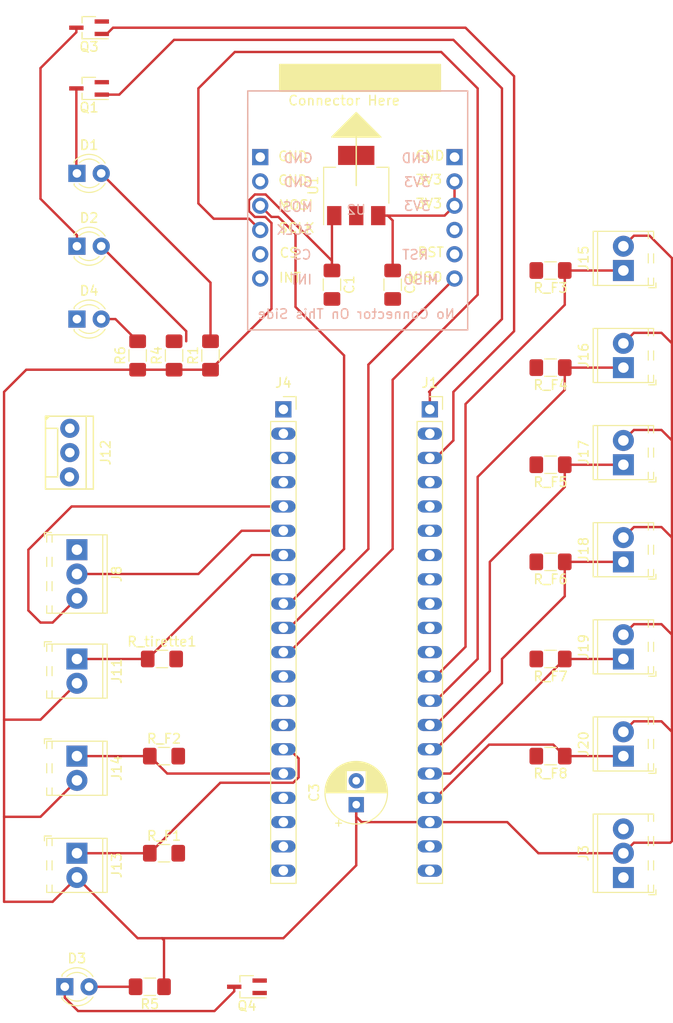
<source format=kicad_pcb>
(kicad_pcb (version 20171130) (host pcbnew "(5.1.4)-1")

  (general
    (thickness 1.6)
    (drawings 0)
    (tracks 187)
    (zones 0)
    (modules 39)
    (nets 52)
  )

  (page A4)
  (layers
    (0 F.Cu signal)
    (31 B.Cu signal)
    (32 B.Adhes user)
    (33 F.Adhes user)
    (34 B.Paste user)
    (35 F.Paste user)
    (36 B.SilkS user)
    (37 F.SilkS user)
    (38 B.Mask user)
    (39 F.Mask user)
    (40 Dwgs.User user)
    (41 Cmts.User user)
    (42 Eco1.User user)
    (43 Eco2.User user)
    (44 Edge.Cuts user)
    (45 Margin user)
    (46 B.CrtYd user)
    (47 F.CrtYd user)
    (48 B.Fab user)
    (49 F.Fab user)
  )

  (setup
    (last_trace_width 0.25)
    (trace_clearance 0.2)
    (zone_clearance 0.508)
    (zone_45_only no)
    (trace_min 0.2)
    (via_size 0.8)
    (via_drill 0.4)
    (via_min_size 0.4)
    (via_min_drill 0.3)
    (uvia_size 0.3)
    (uvia_drill 0.1)
    (uvias_allowed no)
    (uvia_min_size 0.2)
    (uvia_min_drill 0.1)
    (edge_width 0.1)
    (segment_width 0.2)
    (pcb_text_width 0.3)
    (pcb_text_size 1.5 1.5)
    (mod_edge_width 0.15)
    (mod_text_size 1 1)
    (mod_text_width 0.15)
    (pad_size 1.524 1.524)
    (pad_drill 0.762)
    (pad_to_mask_clearance 0)
    (aux_axis_origin 0 0)
    (visible_elements FFFFFF7F)
    (pcbplotparams
      (layerselection 0x010fc_ffffffff)
      (usegerberextensions false)
      (usegerberattributes false)
      (usegerberadvancedattributes false)
      (creategerberjobfile false)
      (excludeedgelayer true)
      (linewidth 0.100000)
      (plotframeref false)
      (viasonmask false)
      (mode 1)
      (useauxorigin false)
      (hpglpennumber 1)
      (hpglpenspeed 20)
      (hpglpendiameter 15.000000)
      (psnegative false)
      (psa4output false)
      (plotreference true)
      (plotvalue true)
      (plotinvisibletext false)
      (padsonsilk false)
      (subtractmaskfromsilk false)
      (outputformat 1)
      (mirror false)
      (drillshape 1)
      (scaleselection 1)
      (outputdirectory ""))
  )

  (net 0 "")
  (net 1 +5V)
  (net 2 GND)
  (net 3 +3V3)
  (net 4 "Net-(D1-Pad2)")
  (net 5 "Net-(D1-Pad1)")
  (net 6 "Net-(D2-Pad1)")
  (net 7 "Net-(D2-Pad2)")
  (net 8 "Net-(D3-Pad1)")
  (net 9 "Net-(D3-Pad2)")
  (net 10 "Net-(D4-Pad2)")
  (net 11 "Net-(J1-Pad20)")
  (net 12 /fin_course_8)
  (net 13 /fin_course_7)
  (net 14 /fin_course_6)
  (net 15 /fin_course_5)
  (net 16 /fin_course_4)
  (net 17 /fin_course_3)
  (net 18 "Net-(J1-Pad11)")
  (net 19 "Net-(J1-Pad10)")
  (net 20 "Net-(J1-Pad9)")
  (net 21 "Net-(J1-Pad8)")
  (net 22 "Net-(J1-Pad7)")
  (net 23 "Net-(J1-Pad6)")
  (net 24 "Net-(J1-Pad4)")
  (net 25 "Net-(J1-Pad5)")
  (net 26 /led_communication)
  (net 27 /led_hardfault)
  (net 28 "Net-(J1-Pad2)")
  (net 29 "Net-(J3-Pad3)")
  (net 30 "Net-(J4-Pad3)")
  (net 31 /RX)
  (net 32 "Net-(J4-Pad4)")
  (net 33 /TX)
  (net 34 /out_tirette)
  (net 35 "Net-(J4-Pad8)")
  (net 36 /MOSI)
  (net 37 /MISO)
  (net 38 /SCK)
  (net 39 "Net-(J4-Pad12)")
  (net 40 "Net-(J4-Pad13)")
  (net 41 /LED_couleur)
  (net 42 /fin_course_1)
  (net 43 /fin_course_2)
  (net 44 "Net-(J4-Pad17)")
  (net 45 "Net-(J4-Pad18)")
  (net 46 /led_feedback)
  (net 47 "Net-(J4-Pad20)")
  (net 48 /buzzer)
  (net 49 "Net-(U2-Pad8)")
  (net 50 "Net-(U2-Pad1)")
  (net 51 /CS)

  (net_class Default "Ceci est la Netclass par défaut."
    (clearance 0.2)
    (trace_width 0.25)
    (via_dia 0.8)
    (via_drill 0.4)
    (uvia_dia 0.3)
    (uvia_drill 0.1)
    (add_net +3V3)
    (add_net +5V)
    (add_net /CS)
    (add_net /LED_couleur)
    (add_net /MISO)
    (add_net /MOSI)
    (add_net /RX)
    (add_net /SCK)
    (add_net /TX)
    (add_net /buzzer)
    (add_net /fin_course_1)
    (add_net /fin_course_2)
    (add_net /fin_course_3)
    (add_net /fin_course_4)
    (add_net /fin_course_5)
    (add_net /fin_course_6)
    (add_net /fin_course_7)
    (add_net /fin_course_8)
    (add_net /led_communication)
    (add_net /led_feedback)
    (add_net /led_hardfault)
    (add_net /out_tirette)
    (add_net GND)
    (add_net "Net-(D1-Pad1)")
    (add_net "Net-(D1-Pad2)")
    (add_net "Net-(D2-Pad1)")
    (add_net "Net-(D2-Pad2)")
    (add_net "Net-(D3-Pad1)")
    (add_net "Net-(D3-Pad2)")
    (add_net "Net-(D4-Pad2)")
    (add_net "Net-(J1-Pad10)")
    (add_net "Net-(J1-Pad11)")
    (add_net "Net-(J1-Pad2)")
    (add_net "Net-(J1-Pad20)")
    (add_net "Net-(J1-Pad4)")
    (add_net "Net-(J1-Pad5)")
    (add_net "Net-(J1-Pad6)")
    (add_net "Net-(J1-Pad7)")
    (add_net "Net-(J1-Pad8)")
    (add_net "Net-(J1-Pad9)")
    (add_net "Net-(J3-Pad3)")
    (add_net "Net-(J4-Pad12)")
    (add_net "Net-(J4-Pad13)")
    (add_net "Net-(J4-Pad17)")
    (add_net "Net-(J4-Pad18)")
    (add_net "Net-(J4-Pad20)")
    (add_net "Net-(J4-Pad3)")
    (add_net "Net-(J4-Pad4)")
    (add_net "Net-(J4-Pad8)")
    (add_net "Net-(U2-Pad1)")
    (add_net "Net-(U2-Pad8)")
  )

  (module @Robot:w5500 (layer F.Cu) (tedit 5CDD89BD) (tstamp 5E5D4111)
    (at 81.28 63.5 180)
    (tags "w5500 ethernet mac ip")
    (path /5C086601)
    (fp_text reference U2 (at 0 0) (layer B.SilkS)
      (effects (font (size 1 1) (thickness 0.15)) (justify mirror))
    )
    (fp_text value w5500 (at 0 -13.5) (layer B.Fab)
      (effects (font (size 1 1) (thickness 0.15)) (justify mirror))
    )
    (fp_poly (pts (xy 0 10.16) (xy 2.54 7.62) (xy -2.54 7.62)) (layer F.SilkS) (width 0.15))
    (fp_line (start 2.54 7.62) (end 0 7.62) (layer F.SilkS) (width 0.15))
    (fp_line (start 0 10.16) (end 2.54 7.62) (layer F.SilkS) (width 0.15))
    (fp_line (start -2.54 7.62) (end 0 10.16) (layer F.SilkS) (width 0.15))
    (fp_line (start 0 7.62) (end -2.54 7.62) (layer F.SilkS) (width 0.15))
    (fp_line (start 0 2.54) (end 0 7.62) (layer F.SilkS) (width 0.15))
    (fp_text user SCLK (at 6.23 -1.901712 180) (layer F.SilkS)
      (effects (font (size 1 1) (thickness 0.15)))
    )
    (fp_text user INT (at 6.93 -7.101712 180) (layer F.SilkS)
      (effects (font (size 1 1) (thickness 0.15)))
    )
    (fp_text user CS (at 7.03 -4.501712 180) (layer F.SilkS)
      (effects (font (size 1 1) (thickness 0.15)))
    )
    (fp_text user GND (at 6.63 5.598288 180) (layer F.SilkS)
      (effects (font (size 1 1) (thickness 0.15)))
    )
    (fp_text user GND (at 6.63 3.098288 180) (layer F.SilkS)
      (effects (font (size 1 1) (thickness 0.15)))
    )
    (fp_text user MOSI (at 6.33 0.498288 180) (layer F.SilkS)
      (effects (font (size 1 1) (thickness 0.15)))
    )
    (fp_text user RST (at -7.8 -4.44077 180) (layer F.SilkS)
      (effects (font (size 1 1) (thickness 0.15)))
    )
    (fp_text user GND (at -7.7 5.65923 180) (layer F.SilkS)
      (effects (font (size 1 1) (thickness 0.15)))
    )
    (fp_text user 3V3 (at -7.6 3.15923 180) (layer F.SilkS)
      (effects (font (size 1 1) (thickness 0.15)))
    )
    (fp_text user MISO (at -7.2 -7.04077 180) (layer F.SilkS)
      (effects (font (size 1 1) (thickness 0.15)))
    )
    (fp_text user 3V3 (at -7.6 0.65923 180) (layer F.SilkS)
      (effects (font (size 1 1) (thickness 0.15)))
    )
    (fp_poly (pts (xy -8.8 15.2) (xy 8 15.2) (xy 8 12.4) (xy -8.8 12.4)) (layer F.SilkS) (width 0.15))
    (fp_text user "Connector Here" (at 1.27 11.43) (layer F.SilkS)
      (effects (font (size 1 1) (thickness 0.15)))
    )
    (fp_text user SCLK (at 6.47 -2.1) (layer B.SilkS)
      (effects (font (size 1 1) (thickness 0.15)) (justify mirror))
    )
    (fp_text user MOSI (at 6.37 0.3) (layer B.SilkS)
      (effects (font (size 1 1) (thickness 0.15)) (justify mirror))
    )
    (fp_text user CS (at 5.67 -4.7) (layer B.SilkS)
      (effects (font (size 1 1) (thickness 0.15)) (justify mirror))
    )
    (fp_text user INT (at 5.77 -7.3) (layer B.SilkS)
      (effects (font (size 1 1) (thickness 0.15)) (justify mirror))
    )
    (fp_text user MISO (at -6.77 -7.3) (layer B.SilkS)
      (effects (font (size 1 1) (thickness 0.15)) (justify mirror))
    )
    (fp_text user RST (at -6.17 -4.7) (layer B.SilkS)
      (effects (font (size 1 1) (thickness 0.15)) (justify mirror))
    )
    (fp_text user 3V3 (at -6.37 0.4) (layer B.SilkS)
      (effects (font (size 1 1) (thickness 0.15)) (justify mirror))
    )
    (fp_text user 3V3 (at -6.37 2.9) (layer B.SilkS)
      (effects (font (size 1 1) (thickness 0.15)) (justify mirror))
    )
    (fp_text user GND (at 6.07 2.9) (layer B.SilkS)
      (effects (font (size 1 1) (thickness 0.15)) (justify mirror))
    )
    (fp_text user GND (at -6.27 5.4) (layer B.SilkS)
      (effects (font (size 1 1) (thickness 0.15)) (justify mirror))
    )
    (fp_text user GND (at 6.07 5.4) (layer B.SilkS)
      (effects (font (size 1 1) (thickness 0.15)) (justify mirror))
    )
    (fp_text user "No Connector On This Side" (at 0 -10.9) (layer B.SilkS)
      (effects (font (size 1 1) (thickness 0.15)) (justify mirror))
    )
    (fp_line (start -11.66 12.43) (end -11.65 12.44) (layer F.CrtYd) (width 0.15))
    (fp_line (start 11.36 12.44) (end -11.65 12.44) (layer F.CrtYd) (width 0.15))
    (fp_line (start 11.36 -12.57) (end 11.36 12.44) (layer F.CrtYd) (width 0.15))
    (fp_line (start -11.66 -12.57) (end 11.36 -12.57) (layer F.CrtYd) (width 0.15))
    (fp_line (start -11.66 12.43) (end -11.66 -12.57) (layer F.CrtYd) (width 0.15))
    (fp_line (start -11.655 12.435) (end 11.345 12.435) (layer B.SilkS) (width 0.15))
    (fp_line (start 11.345 -12.565) (end -11.655 -12.565) (layer B.SilkS) (width 0.15))
    (fp_line (start -11.655 -12.565) (end -11.655 12.435) (layer B.SilkS) (width 0.15))
    (fp_line (start 11.345 12.435) (end 11.355 -12.565) (layer B.SilkS) (width 0.15))
    (pad 6 thru_hole rect (at 10.04 5.51 180) (size 1.7 1.7) (drill 1) (layers *.Cu *.Mask)
      (net 2 GND))
    (pad 12 thru_hole rect (at -10.28 5.51 180) (size 1.7 1.7) (drill 1) (layers *.Cu *.Mask)
      (net 2 GND))
    (pad 9 thru_hole circle (at -10.28 -2.11 180) (size 1.7 1.7) (drill 1) (layers *.Cu *.Mask))
    (pad 11 thru_hole circle (at -10.28 2.97 180) (size 1.7 1.7) (drill 1) (layers *.Cu *.Mask)
      (net 3 +3V3))
    (pad 10 thru_hole circle (at -10.28 0.43 180) (size 1.7 1.7) (drill 1) (layers *.Cu *.Mask)
      (net 3 +3V3))
    (pad 8 thru_hole circle (at -10.28 -4.65 180) (size 1.7 1.7) (drill 1) (layers *.Cu *.Mask)
      (net 49 "Net-(U2-Pad8)"))
    (pad 7 thru_hole circle (at -10.28 -7.19 180) (size 1.7 1.7) (drill 1) (layers *.Cu *.Mask)
      (net 37 /MISO))
    (pad 1 thru_hole circle (at 10.04 -7.19 180) (size 1.7 1.7) (drill 1) (layers *.Cu *.Mask)
      (net 50 "Net-(U2-Pad1)"))
    (pad 2 thru_hole circle (at 10.04 -4.65 180) (size 1.7 1.7) (drill 1) (layers *.Cu *.Mask)
      (net 51 /CS))
    (pad 3 thru_hole circle (at 10.04 -2.11 180) (size 1.7 1.7) (drill 1) (layers *.Cu *.Mask)
      (net 38 /SCK))
    (pad 4 thru_hole circle (at 10.04 0.43 180) (size 1.7 1.7) (drill 1) (layers *.Cu *.Mask)
      (net 36 /MOSI))
    (pad 5 thru_hole circle (at 10.04 2.97 180) (size 1.7 1.7) (drill 1) (layers *.Cu *.Mask)
      (net 2 GND))
    (model ${KISYS3DMOD}/Connector_PinSocket_2.54mm.3dshapes/PinSocket_1x06_P2.54mm_Vertical.wrl
      (offset (xyz -10.3 7 -0.5))
      (scale (xyz 1 1 1))
      (rotate (xyz 0 0 0))
    )
    (model ${KISYS3DMOD}/Connector_PinSocket_2.54mm.3dshapes/PinSocket_1x06_P2.54mm_Vertical.wrl
      (offset (xyz 10 7 -0.5))
      (scale (xyz 1 1 1))
      (rotate (xyz 0 0 0))
    )
  )

  (module Capacitor_SMD:C_1206_3216Metric_Pad1.42x1.75mm_HandSolder (layer F.Cu) (tedit 5B301BBE) (tstamp 5E5D3CA2)
    (at 78.74 71.3375 270)
    (descr "Capacitor SMD 1206 (3216 Metric), square (rectangular) end terminal, IPC_7351 nominal with elongated pad for handsoldering. (Body size source: http://www.tortai-tech.com/upload/download/2011102023233369053.pdf), generated with kicad-footprint-generator")
    (tags "capacitor handsolder")
    (path /5CC8F1F8)
    (attr smd)
    (fp_text reference C1 (at 0 -1.82 90) (layer F.SilkS)
      (effects (font (size 1 1) (thickness 0.15)))
    )
    (fp_text value 1u (at 0 1.82 90) (layer F.Fab)
      (effects (font (size 1 1) (thickness 0.15)))
    )
    (fp_line (start -1.6 0.8) (end -1.6 -0.8) (layer F.Fab) (width 0.1))
    (fp_line (start -1.6 -0.8) (end 1.6 -0.8) (layer F.Fab) (width 0.1))
    (fp_line (start 1.6 -0.8) (end 1.6 0.8) (layer F.Fab) (width 0.1))
    (fp_line (start 1.6 0.8) (end -1.6 0.8) (layer F.Fab) (width 0.1))
    (fp_line (start -0.602064 -0.91) (end 0.602064 -0.91) (layer F.SilkS) (width 0.12))
    (fp_line (start -0.602064 0.91) (end 0.602064 0.91) (layer F.SilkS) (width 0.12))
    (fp_line (start -2.45 1.12) (end -2.45 -1.12) (layer F.CrtYd) (width 0.05))
    (fp_line (start -2.45 -1.12) (end 2.45 -1.12) (layer F.CrtYd) (width 0.05))
    (fp_line (start 2.45 -1.12) (end 2.45 1.12) (layer F.CrtYd) (width 0.05))
    (fp_line (start 2.45 1.12) (end -2.45 1.12) (layer F.CrtYd) (width 0.05))
    (fp_text user %R (at 0 0 90) (layer F.Fab)
      (effects (font (size 0.8 0.8) (thickness 0.12)))
    )
    (pad 1 smd roundrect (at -1.4875 0 270) (size 1.425 1.75) (layers F.Cu F.Paste F.Mask) (roundrect_rratio 0.175439)
      (net 1 +5V))
    (pad 2 smd roundrect (at 1.4875 0 270) (size 1.425 1.75) (layers F.Cu F.Paste F.Mask) (roundrect_rratio 0.175439)
      (net 2 GND))
    (model ${KISYS3DMOD}/Capacitor_SMD.3dshapes/C_1206_3216Metric.wrl
      (at (xyz 0 0 0))
      (scale (xyz 1 1 1))
      (rotate (xyz 0 0 0))
    )
  )

  (module Capacitor_SMD:C_1206_3216Metric_Pad1.42x1.75mm_HandSolder (layer F.Cu) (tedit 5B301BBE) (tstamp 5E5D3CB3)
    (at 85.09 71.3375 270)
    (descr "Capacitor SMD 1206 (3216 Metric), square (rectangular) end terminal, IPC_7351 nominal with elongated pad for handsoldering. (Body size source: http://www.tortai-tech.com/upload/download/2011102023233369053.pdf), generated with kicad-footprint-generator")
    (tags "capacitor handsolder")
    (path /5CC8F2F0)
    (attr smd)
    (fp_text reference C2 (at 0 -1.82 90) (layer F.SilkS)
      (effects (font (size 1 1) (thickness 0.15)))
    )
    (fp_text value 1u (at 0 1.82 90) (layer F.Fab)
      (effects (font (size 1 1) (thickness 0.15)))
    )
    (fp_text user %R (at 0 0 90) (layer F.Fab)
      (effects (font (size 0.8 0.8) (thickness 0.12)))
    )
    (fp_line (start 2.45 1.12) (end -2.45 1.12) (layer F.CrtYd) (width 0.05))
    (fp_line (start 2.45 -1.12) (end 2.45 1.12) (layer F.CrtYd) (width 0.05))
    (fp_line (start -2.45 -1.12) (end 2.45 -1.12) (layer F.CrtYd) (width 0.05))
    (fp_line (start -2.45 1.12) (end -2.45 -1.12) (layer F.CrtYd) (width 0.05))
    (fp_line (start -0.602064 0.91) (end 0.602064 0.91) (layer F.SilkS) (width 0.12))
    (fp_line (start -0.602064 -0.91) (end 0.602064 -0.91) (layer F.SilkS) (width 0.12))
    (fp_line (start 1.6 0.8) (end -1.6 0.8) (layer F.Fab) (width 0.1))
    (fp_line (start 1.6 -0.8) (end 1.6 0.8) (layer F.Fab) (width 0.1))
    (fp_line (start -1.6 -0.8) (end 1.6 -0.8) (layer F.Fab) (width 0.1))
    (fp_line (start -1.6 0.8) (end -1.6 -0.8) (layer F.Fab) (width 0.1))
    (pad 2 smd roundrect (at 1.4875 0 270) (size 1.425 1.75) (layers F.Cu F.Paste F.Mask) (roundrect_rratio 0.175439)
      (net 2 GND))
    (pad 1 smd roundrect (at -1.4875 0 270) (size 1.425 1.75) (layers F.Cu F.Paste F.Mask) (roundrect_rratio 0.175439)
      (net 3 +3V3))
    (model ${KISYS3DMOD}/Capacitor_SMD.3dshapes/C_1206_3216Metric.wrl
      (at (xyz 0 0 0))
      (scale (xyz 1 1 1))
      (rotate (xyz 0 0 0))
    )
  )

  (module Capacitor_THT:CP_Radial_D6.3mm_P2.50mm (layer F.Cu) (tedit 5AE50EF0) (tstamp 5E5D3D47)
    (at 81.28 125.73 90)
    (descr "CP, Radial series, Radial, pin pitch=2.50mm, , diameter=6.3mm, Electrolytic Capacitor")
    (tags "CP Radial series Radial pin pitch 2.50mm  diameter 6.3mm Electrolytic Capacitor")
    (path /5CC8F7D3)
    (fp_text reference C3 (at 1.25 -4.4 90) (layer F.SilkS)
      (effects (font (size 1 1) (thickness 0.15)))
    )
    (fp_text value 100uF (at 1.25 4.4 90) (layer F.Fab)
      (effects (font (size 1 1) (thickness 0.15)))
    )
    (fp_circle (center 1.25 0) (end 4.4 0) (layer F.Fab) (width 0.1))
    (fp_circle (center 1.25 0) (end 4.52 0) (layer F.SilkS) (width 0.12))
    (fp_circle (center 1.25 0) (end 4.65 0) (layer F.CrtYd) (width 0.05))
    (fp_line (start -1.443972 -1.3735) (end -0.813972 -1.3735) (layer F.Fab) (width 0.1))
    (fp_line (start -1.128972 -1.6885) (end -1.128972 -1.0585) (layer F.Fab) (width 0.1))
    (fp_line (start 1.25 -3.23) (end 1.25 3.23) (layer F.SilkS) (width 0.12))
    (fp_line (start 1.29 -3.23) (end 1.29 3.23) (layer F.SilkS) (width 0.12))
    (fp_line (start 1.33 -3.23) (end 1.33 3.23) (layer F.SilkS) (width 0.12))
    (fp_line (start 1.37 -3.228) (end 1.37 3.228) (layer F.SilkS) (width 0.12))
    (fp_line (start 1.41 -3.227) (end 1.41 3.227) (layer F.SilkS) (width 0.12))
    (fp_line (start 1.45 -3.224) (end 1.45 3.224) (layer F.SilkS) (width 0.12))
    (fp_line (start 1.49 -3.222) (end 1.49 -1.04) (layer F.SilkS) (width 0.12))
    (fp_line (start 1.49 1.04) (end 1.49 3.222) (layer F.SilkS) (width 0.12))
    (fp_line (start 1.53 -3.218) (end 1.53 -1.04) (layer F.SilkS) (width 0.12))
    (fp_line (start 1.53 1.04) (end 1.53 3.218) (layer F.SilkS) (width 0.12))
    (fp_line (start 1.57 -3.215) (end 1.57 -1.04) (layer F.SilkS) (width 0.12))
    (fp_line (start 1.57 1.04) (end 1.57 3.215) (layer F.SilkS) (width 0.12))
    (fp_line (start 1.61 -3.211) (end 1.61 -1.04) (layer F.SilkS) (width 0.12))
    (fp_line (start 1.61 1.04) (end 1.61 3.211) (layer F.SilkS) (width 0.12))
    (fp_line (start 1.65 -3.206) (end 1.65 -1.04) (layer F.SilkS) (width 0.12))
    (fp_line (start 1.65 1.04) (end 1.65 3.206) (layer F.SilkS) (width 0.12))
    (fp_line (start 1.69 -3.201) (end 1.69 -1.04) (layer F.SilkS) (width 0.12))
    (fp_line (start 1.69 1.04) (end 1.69 3.201) (layer F.SilkS) (width 0.12))
    (fp_line (start 1.73 -3.195) (end 1.73 -1.04) (layer F.SilkS) (width 0.12))
    (fp_line (start 1.73 1.04) (end 1.73 3.195) (layer F.SilkS) (width 0.12))
    (fp_line (start 1.77 -3.189) (end 1.77 -1.04) (layer F.SilkS) (width 0.12))
    (fp_line (start 1.77 1.04) (end 1.77 3.189) (layer F.SilkS) (width 0.12))
    (fp_line (start 1.81 -3.182) (end 1.81 -1.04) (layer F.SilkS) (width 0.12))
    (fp_line (start 1.81 1.04) (end 1.81 3.182) (layer F.SilkS) (width 0.12))
    (fp_line (start 1.85 -3.175) (end 1.85 -1.04) (layer F.SilkS) (width 0.12))
    (fp_line (start 1.85 1.04) (end 1.85 3.175) (layer F.SilkS) (width 0.12))
    (fp_line (start 1.89 -3.167) (end 1.89 -1.04) (layer F.SilkS) (width 0.12))
    (fp_line (start 1.89 1.04) (end 1.89 3.167) (layer F.SilkS) (width 0.12))
    (fp_line (start 1.93 -3.159) (end 1.93 -1.04) (layer F.SilkS) (width 0.12))
    (fp_line (start 1.93 1.04) (end 1.93 3.159) (layer F.SilkS) (width 0.12))
    (fp_line (start 1.971 -3.15) (end 1.971 -1.04) (layer F.SilkS) (width 0.12))
    (fp_line (start 1.971 1.04) (end 1.971 3.15) (layer F.SilkS) (width 0.12))
    (fp_line (start 2.011 -3.141) (end 2.011 -1.04) (layer F.SilkS) (width 0.12))
    (fp_line (start 2.011 1.04) (end 2.011 3.141) (layer F.SilkS) (width 0.12))
    (fp_line (start 2.051 -3.131) (end 2.051 -1.04) (layer F.SilkS) (width 0.12))
    (fp_line (start 2.051 1.04) (end 2.051 3.131) (layer F.SilkS) (width 0.12))
    (fp_line (start 2.091 -3.121) (end 2.091 -1.04) (layer F.SilkS) (width 0.12))
    (fp_line (start 2.091 1.04) (end 2.091 3.121) (layer F.SilkS) (width 0.12))
    (fp_line (start 2.131 -3.11) (end 2.131 -1.04) (layer F.SilkS) (width 0.12))
    (fp_line (start 2.131 1.04) (end 2.131 3.11) (layer F.SilkS) (width 0.12))
    (fp_line (start 2.171 -3.098) (end 2.171 -1.04) (layer F.SilkS) (width 0.12))
    (fp_line (start 2.171 1.04) (end 2.171 3.098) (layer F.SilkS) (width 0.12))
    (fp_line (start 2.211 -3.086) (end 2.211 -1.04) (layer F.SilkS) (width 0.12))
    (fp_line (start 2.211 1.04) (end 2.211 3.086) (layer F.SilkS) (width 0.12))
    (fp_line (start 2.251 -3.074) (end 2.251 -1.04) (layer F.SilkS) (width 0.12))
    (fp_line (start 2.251 1.04) (end 2.251 3.074) (layer F.SilkS) (width 0.12))
    (fp_line (start 2.291 -3.061) (end 2.291 -1.04) (layer F.SilkS) (width 0.12))
    (fp_line (start 2.291 1.04) (end 2.291 3.061) (layer F.SilkS) (width 0.12))
    (fp_line (start 2.331 -3.047) (end 2.331 -1.04) (layer F.SilkS) (width 0.12))
    (fp_line (start 2.331 1.04) (end 2.331 3.047) (layer F.SilkS) (width 0.12))
    (fp_line (start 2.371 -3.033) (end 2.371 -1.04) (layer F.SilkS) (width 0.12))
    (fp_line (start 2.371 1.04) (end 2.371 3.033) (layer F.SilkS) (width 0.12))
    (fp_line (start 2.411 -3.018) (end 2.411 -1.04) (layer F.SilkS) (width 0.12))
    (fp_line (start 2.411 1.04) (end 2.411 3.018) (layer F.SilkS) (width 0.12))
    (fp_line (start 2.451 -3.002) (end 2.451 -1.04) (layer F.SilkS) (width 0.12))
    (fp_line (start 2.451 1.04) (end 2.451 3.002) (layer F.SilkS) (width 0.12))
    (fp_line (start 2.491 -2.986) (end 2.491 -1.04) (layer F.SilkS) (width 0.12))
    (fp_line (start 2.491 1.04) (end 2.491 2.986) (layer F.SilkS) (width 0.12))
    (fp_line (start 2.531 -2.97) (end 2.531 -1.04) (layer F.SilkS) (width 0.12))
    (fp_line (start 2.531 1.04) (end 2.531 2.97) (layer F.SilkS) (width 0.12))
    (fp_line (start 2.571 -2.952) (end 2.571 -1.04) (layer F.SilkS) (width 0.12))
    (fp_line (start 2.571 1.04) (end 2.571 2.952) (layer F.SilkS) (width 0.12))
    (fp_line (start 2.611 -2.934) (end 2.611 -1.04) (layer F.SilkS) (width 0.12))
    (fp_line (start 2.611 1.04) (end 2.611 2.934) (layer F.SilkS) (width 0.12))
    (fp_line (start 2.651 -2.916) (end 2.651 -1.04) (layer F.SilkS) (width 0.12))
    (fp_line (start 2.651 1.04) (end 2.651 2.916) (layer F.SilkS) (width 0.12))
    (fp_line (start 2.691 -2.896) (end 2.691 -1.04) (layer F.SilkS) (width 0.12))
    (fp_line (start 2.691 1.04) (end 2.691 2.896) (layer F.SilkS) (width 0.12))
    (fp_line (start 2.731 -2.876) (end 2.731 -1.04) (layer F.SilkS) (width 0.12))
    (fp_line (start 2.731 1.04) (end 2.731 2.876) (layer F.SilkS) (width 0.12))
    (fp_line (start 2.771 -2.856) (end 2.771 -1.04) (layer F.SilkS) (width 0.12))
    (fp_line (start 2.771 1.04) (end 2.771 2.856) (layer F.SilkS) (width 0.12))
    (fp_line (start 2.811 -2.834) (end 2.811 -1.04) (layer F.SilkS) (width 0.12))
    (fp_line (start 2.811 1.04) (end 2.811 2.834) (layer F.SilkS) (width 0.12))
    (fp_line (start 2.851 -2.812) (end 2.851 -1.04) (layer F.SilkS) (width 0.12))
    (fp_line (start 2.851 1.04) (end 2.851 2.812) (layer F.SilkS) (width 0.12))
    (fp_line (start 2.891 -2.79) (end 2.891 -1.04) (layer F.SilkS) (width 0.12))
    (fp_line (start 2.891 1.04) (end 2.891 2.79) (layer F.SilkS) (width 0.12))
    (fp_line (start 2.931 -2.766) (end 2.931 -1.04) (layer F.SilkS) (width 0.12))
    (fp_line (start 2.931 1.04) (end 2.931 2.766) (layer F.SilkS) (width 0.12))
    (fp_line (start 2.971 -2.742) (end 2.971 -1.04) (layer F.SilkS) (width 0.12))
    (fp_line (start 2.971 1.04) (end 2.971 2.742) (layer F.SilkS) (width 0.12))
    (fp_line (start 3.011 -2.716) (end 3.011 -1.04) (layer F.SilkS) (width 0.12))
    (fp_line (start 3.011 1.04) (end 3.011 2.716) (layer F.SilkS) (width 0.12))
    (fp_line (start 3.051 -2.69) (end 3.051 -1.04) (layer F.SilkS) (width 0.12))
    (fp_line (start 3.051 1.04) (end 3.051 2.69) (layer F.SilkS) (width 0.12))
    (fp_line (start 3.091 -2.664) (end 3.091 -1.04) (layer F.SilkS) (width 0.12))
    (fp_line (start 3.091 1.04) (end 3.091 2.664) (layer F.SilkS) (width 0.12))
    (fp_line (start 3.131 -2.636) (end 3.131 -1.04) (layer F.SilkS) (width 0.12))
    (fp_line (start 3.131 1.04) (end 3.131 2.636) (layer F.SilkS) (width 0.12))
    (fp_line (start 3.171 -2.607) (end 3.171 -1.04) (layer F.SilkS) (width 0.12))
    (fp_line (start 3.171 1.04) (end 3.171 2.607) (layer F.SilkS) (width 0.12))
    (fp_line (start 3.211 -2.578) (end 3.211 -1.04) (layer F.SilkS) (width 0.12))
    (fp_line (start 3.211 1.04) (end 3.211 2.578) (layer F.SilkS) (width 0.12))
    (fp_line (start 3.251 -2.548) (end 3.251 -1.04) (layer F.SilkS) (width 0.12))
    (fp_line (start 3.251 1.04) (end 3.251 2.548) (layer F.SilkS) (width 0.12))
    (fp_line (start 3.291 -2.516) (end 3.291 -1.04) (layer F.SilkS) (width 0.12))
    (fp_line (start 3.291 1.04) (end 3.291 2.516) (layer F.SilkS) (width 0.12))
    (fp_line (start 3.331 -2.484) (end 3.331 -1.04) (layer F.SilkS) (width 0.12))
    (fp_line (start 3.331 1.04) (end 3.331 2.484) (layer F.SilkS) (width 0.12))
    (fp_line (start 3.371 -2.45) (end 3.371 -1.04) (layer F.SilkS) (width 0.12))
    (fp_line (start 3.371 1.04) (end 3.371 2.45) (layer F.SilkS) (width 0.12))
    (fp_line (start 3.411 -2.416) (end 3.411 -1.04) (layer F.SilkS) (width 0.12))
    (fp_line (start 3.411 1.04) (end 3.411 2.416) (layer F.SilkS) (width 0.12))
    (fp_line (start 3.451 -2.38) (end 3.451 -1.04) (layer F.SilkS) (width 0.12))
    (fp_line (start 3.451 1.04) (end 3.451 2.38) (layer F.SilkS) (width 0.12))
    (fp_line (start 3.491 -2.343) (end 3.491 -1.04) (layer F.SilkS) (width 0.12))
    (fp_line (start 3.491 1.04) (end 3.491 2.343) (layer F.SilkS) (width 0.12))
    (fp_line (start 3.531 -2.305) (end 3.531 -1.04) (layer F.SilkS) (width 0.12))
    (fp_line (start 3.531 1.04) (end 3.531 2.305) (layer F.SilkS) (width 0.12))
    (fp_line (start 3.571 -2.265) (end 3.571 2.265) (layer F.SilkS) (width 0.12))
    (fp_line (start 3.611 -2.224) (end 3.611 2.224) (layer F.SilkS) (width 0.12))
    (fp_line (start 3.651 -2.182) (end 3.651 2.182) (layer F.SilkS) (width 0.12))
    (fp_line (start 3.691 -2.137) (end 3.691 2.137) (layer F.SilkS) (width 0.12))
    (fp_line (start 3.731 -2.092) (end 3.731 2.092) (layer F.SilkS) (width 0.12))
    (fp_line (start 3.771 -2.044) (end 3.771 2.044) (layer F.SilkS) (width 0.12))
    (fp_line (start 3.811 -1.995) (end 3.811 1.995) (layer F.SilkS) (width 0.12))
    (fp_line (start 3.851 -1.944) (end 3.851 1.944) (layer F.SilkS) (width 0.12))
    (fp_line (start 3.891 -1.89) (end 3.891 1.89) (layer F.SilkS) (width 0.12))
    (fp_line (start 3.931 -1.834) (end 3.931 1.834) (layer F.SilkS) (width 0.12))
    (fp_line (start 3.971 -1.776) (end 3.971 1.776) (layer F.SilkS) (width 0.12))
    (fp_line (start 4.011 -1.714) (end 4.011 1.714) (layer F.SilkS) (width 0.12))
    (fp_line (start 4.051 -1.65) (end 4.051 1.65) (layer F.SilkS) (width 0.12))
    (fp_line (start 4.091 -1.581) (end 4.091 1.581) (layer F.SilkS) (width 0.12))
    (fp_line (start 4.131 -1.509) (end 4.131 1.509) (layer F.SilkS) (width 0.12))
    (fp_line (start 4.171 -1.432) (end 4.171 1.432) (layer F.SilkS) (width 0.12))
    (fp_line (start 4.211 -1.35) (end 4.211 1.35) (layer F.SilkS) (width 0.12))
    (fp_line (start 4.251 -1.262) (end 4.251 1.262) (layer F.SilkS) (width 0.12))
    (fp_line (start 4.291 -1.165) (end 4.291 1.165) (layer F.SilkS) (width 0.12))
    (fp_line (start 4.331 -1.059) (end 4.331 1.059) (layer F.SilkS) (width 0.12))
    (fp_line (start 4.371 -0.94) (end 4.371 0.94) (layer F.SilkS) (width 0.12))
    (fp_line (start 4.411 -0.802) (end 4.411 0.802) (layer F.SilkS) (width 0.12))
    (fp_line (start 4.451 -0.633) (end 4.451 0.633) (layer F.SilkS) (width 0.12))
    (fp_line (start 4.491 -0.402) (end 4.491 0.402) (layer F.SilkS) (width 0.12))
    (fp_line (start -2.250241 -1.839) (end -1.620241 -1.839) (layer F.SilkS) (width 0.12))
    (fp_line (start -1.935241 -2.154) (end -1.935241 -1.524) (layer F.SilkS) (width 0.12))
    (fp_text user %R (at 1.25 0 90) (layer F.Fab)
      (effects (font (size 1 1) (thickness 0.15)))
    )
    (pad 1 thru_hole rect (at 0 0 90) (size 1.6 1.6) (drill 0.8) (layers *.Cu *.Mask)
      (net 1 +5V))
    (pad 2 thru_hole circle (at 2.5 0 90) (size 1.6 1.6) (drill 0.8) (layers *.Cu *.Mask)
      (net 2 GND))
    (model ${KISYS3DMOD}/Capacitor_THT.3dshapes/CP_Radial_D6.3mm_P2.50mm.wrl
      (at (xyz 0 0 0))
      (scale (xyz 1 1 1))
      (rotate (xyz 0 0 0))
    )
  )

  (module LED_THT:LED_D3.0mm (layer F.Cu) (tedit 587A3A7B) (tstamp 5E5D3D5A)
    (at 52.07 59.69)
    (descr "LED, diameter 3.0mm, 2 pins")
    (tags "LED diameter 3.0mm 2 pins")
    (path /5BEDAB75)
    (fp_text reference D1 (at 1.27 -2.96) (layer F.SilkS)
      (effects (font (size 1 1) (thickness 0.15)))
    )
    (fp_text value LED_hardfault_jaune (at 1.27 2.96) (layer F.Fab)
      (effects (font (size 1 1) (thickness 0.15)))
    )
    (fp_line (start 3.7 -2.25) (end -1.15 -2.25) (layer F.CrtYd) (width 0.05))
    (fp_line (start 3.7 2.25) (end 3.7 -2.25) (layer F.CrtYd) (width 0.05))
    (fp_line (start -1.15 2.25) (end 3.7 2.25) (layer F.CrtYd) (width 0.05))
    (fp_line (start -1.15 -2.25) (end -1.15 2.25) (layer F.CrtYd) (width 0.05))
    (fp_line (start -0.29 1.08) (end -0.29 1.236) (layer F.SilkS) (width 0.12))
    (fp_line (start -0.29 -1.236) (end -0.29 -1.08) (layer F.SilkS) (width 0.12))
    (fp_line (start -0.23 -1.16619) (end -0.23 1.16619) (layer F.Fab) (width 0.1))
    (fp_circle (center 1.27 0) (end 2.77 0) (layer F.Fab) (width 0.1))
    (fp_arc (start 1.27 0) (end 0.229039 1.08) (angle -87.9) (layer F.SilkS) (width 0.12))
    (fp_arc (start 1.27 0) (end 0.229039 -1.08) (angle 87.9) (layer F.SilkS) (width 0.12))
    (fp_arc (start 1.27 0) (end -0.29 1.235516) (angle -108.8) (layer F.SilkS) (width 0.12))
    (fp_arc (start 1.27 0) (end -0.29 -1.235516) (angle 108.8) (layer F.SilkS) (width 0.12))
    (fp_arc (start 1.27 0) (end -0.23 -1.16619) (angle 284.3) (layer F.Fab) (width 0.1))
    (pad 2 thru_hole circle (at 2.54 0) (size 1.8 1.8) (drill 0.9) (layers *.Cu *.Mask)
      (net 4 "Net-(D1-Pad2)"))
    (pad 1 thru_hole rect (at 0 0) (size 1.8 1.8) (drill 0.9) (layers *.Cu *.Mask)
      (net 5 "Net-(D1-Pad1)"))
    (model ${KISYS3DMOD}/LED_THT.3dshapes/LED_D3.0mm.wrl
      (at (xyz 0 0 0))
      (scale (xyz 1 1 1))
      (rotate (xyz 0 0 0))
    )
  )

  (module LED_THT:LED_D3.0mm (layer F.Cu) (tedit 587A3A7B) (tstamp 5E5D3D6D)
    (at 52.07 67.31)
    (descr "LED, diameter 3.0mm, 2 pins")
    (tags "LED diameter 3.0mm 2 pins")
    (path /5C36A160)
    (fp_text reference D2 (at 1.27 -2.96) (layer F.SilkS)
      (effects (font (size 1 1) (thickness 0.15)))
    )
    (fp_text value LED_communication_vert (at 1.27 2.96) (layer F.Fab)
      (effects (font (size 1 1) (thickness 0.15)))
    )
    (fp_arc (start 1.27 0) (end -0.23 -1.16619) (angle 284.3) (layer F.Fab) (width 0.1))
    (fp_arc (start 1.27 0) (end -0.29 -1.235516) (angle 108.8) (layer F.SilkS) (width 0.12))
    (fp_arc (start 1.27 0) (end -0.29 1.235516) (angle -108.8) (layer F.SilkS) (width 0.12))
    (fp_arc (start 1.27 0) (end 0.229039 -1.08) (angle 87.9) (layer F.SilkS) (width 0.12))
    (fp_arc (start 1.27 0) (end 0.229039 1.08) (angle -87.9) (layer F.SilkS) (width 0.12))
    (fp_circle (center 1.27 0) (end 2.77 0) (layer F.Fab) (width 0.1))
    (fp_line (start -0.23 -1.16619) (end -0.23 1.16619) (layer F.Fab) (width 0.1))
    (fp_line (start -0.29 -1.236) (end -0.29 -1.08) (layer F.SilkS) (width 0.12))
    (fp_line (start -0.29 1.08) (end -0.29 1.236) (layer F.SilkS) (width 0.12))
    (fp_line (start -1.15 -2.25) (end -1.15 2.25) (layer F.CrtYd) (width 0.05))
    (fp_line (start -1.15 2.25) (end 3.7 2.25) (layer F.CrtYd) (width 0.05))
    (fp_line (start 3.7 2.25) (end 3.7 -2.25) (layer F.CrtYd) (width 0.05))
    (fp_line (start 3.7 -2.25) (end -1.15 -2.25) (layer F.CrtYd) (width 0.05))
    (pad 1 thru_hole rect (at 0 0) (size 1.8 1.8) (drill 0.9) (layers *.Cu *.Mask)
      (net 6 "Net-(D2-Pad1)"))
    (pad 2 thru_hole circle (at 2.54 0) (size 1.8 1.8) (drill 0.9) (layers *.Cu *.Mask)
      (net 7 "Net-(D2-Pad2)"))
    (model ${KISYS3DMOD}/LED_THT.3dshapes/LED_D3.0mm.wrl
      (at (xyz 0 0 0))
      (scale (xyz 1 1 1))
      (rotate (xyz 0 0 0))
    )
  )

  (module LED_THT:LED_D3.0mm (layer F.Cu) (tedit 587A3A7B) (tstamp 5E5D3D80)
    (at 50.8 144.78)
    (descr "LED, diameter 3.0mm, 2 pins")
    (tags "LED diameter 3.0mm 2 pins")
    (path /5C36B30F)
    (fp_text reference D3 (at 1.27 -2.96) (layer F.SilkS)
      (effects (font (size 1 1) (thickness 0.15)))
    )
    (fp_text value led_feedback_vert (at 1.27 2.96) (layer F.Fab)
      (effects (font (size 1 1) (thickness 0.15)))
    )
    (fp_arc (start 1.27 0) (end -0.23 -1.16619) (angle 284.3) (layer F.Fab) (width 0.1))
    (fp_arc (start 1.27 0) (end -0.29 -1.235516) (angle 108.8) (layer F.SilkS) (width 0.12))
    (fp_arc (start 1.27 0) (end -0.29 1.235516) (angle -108.8) (layer F.SilkS) (width 0.12))
    (fp_arc (start 1.27 0) (end 0.229039 -1.08) (angle 87.9) (layer F.SilkS) (width 0.12))
    (fp_arc (start 1.27 0) (end 0.229039 1.08) (angle -87.9) (layer F.SilkS) (width 0.12))
    (fp_circle (center 1.27 0) (end 2.77 0) (layer F.Fab) (width 0.1))
    (fp_line (start -0.23 -1.16619) (end -0.23 1.16619) (layer F.Fab) (width 0.1))
    (fp_line (start -0.29 -1.236) (end -0.29 -1.08) (layer F.SilkS) (width 0.12))
    (fp_line (start -0.29 1.08) (end -0.29 1.236) (layer F.SilkS) (width 0.12))
    (fp_line (start -1.15 -2.25) (end -1.15 2.25) (layer F.CrtYd) (width 0.05))
    (fp_line (start -1.15 2.25) (end 3.7 2.25) (layer F.CrtYd) (width 0.05))
    (fp_line (start 3.7 2.25) (end 3.7 -2.25) (layer F.CrtYd) (width 0.05))
    (fp_line (start 3.7 -2.25) (end -1.15 -2.25) (layer F.CrtYd) (width 0.05))
    (pad 1 thru_hole rect (at 0 0) (size 1.8 1.8) (drill 0.9) (layers *.Cu *.Mask)
      (net 8 "Net-(D3-Pad1)"))
    (pad 2 thru_hole circle (at 2.54 0) (size 1.8 1.8) (drill 0.9) (layers *.Cu *.Mask)
      (net 9 "Net-(D3-Pad2)"))
    (model ${KISYS3DMOD}/LED_THT.3dshapes/LED_D3.0mm.wrl
      (at (xyz 0 0 0))
      (scale (xyz 1 1 1))
      (rotate (xyz 0 0 0))
    )
  )

  (module LED_THT:LED_D3.0mm (layer F.Cu) (tedit 587A3A7B) (tstamp 5E5D3D93)
    (at 52.07 74.93)
    (descr "LED, diameter 3.0mm, 2 pins")
    (tags "LED diameter 3.0mm 2 pins")
    (path /5C36B337)
    (fp_text reference D4 (at 1.27 -2.96) (layer F.SilkS)
      (effects (font (size 1 1) (thickness 0.15)))
    )
    (fp_text value LED_alimentation_rouge (at 1.27 2.96) (layer F.Fab)
      (effects (font (size 1 1) (thickness 0.15)))
    )
    (fp_line (start 3.7 -2.25) (end -1.15 -2.25) (layer F.CrtYd) (width 0.05))
    (fp_line (start 3.7 2.25) (end 3.7 -2.25) (layer F.CrtYd) (width 0.05))
    (fp_line (start -1.15 2.25) (end 3.7 2.25) (layer F.CrtYd) (width 0.05))
    (fp_line (start -1.15 -2.25) (end -1.15 2.25) (layer F.CrtYd) (width 0.05))
    (fp_line (start -0.29 1.08) (end -0.29 1.236) (layer F.SilkS) (width 0.12))
    (fp_line (start -0.29 -1.236) (end -0.29 -1.08) (layer F.SilkS) (width 0.12))
    (fp_line (start -0.23 -1.16619) (end -0.23 1.16619) (layer F.Fab) (width 0.1))
    (fp_circle (center 1.27 0) (end 2.77 0) (layer F.Fab) (width 0.1))
    (fp_arc (start 1.27 0) (end 0.229039 1.08) (angle -87.9) (layer F.SilkS) (width 0.12))
    (fp_arc (start 1.27 0) (end 0.229039 -1.08) (angle 87.9) (layer F.SilkS) (width 0.12))
    (fp_arc (start 1.27 0) (end -0.29 1.235516) (angle -108.8) (layer F.SilkS) (width 0.12))
    (fp_arc (start 1.27 0) (end -0.29 -1.235516) (angle 108.8) (layer F.SilkS) (width 0.12))
    (fp_arc (start 1.27 0) (end -0.23 -1.16619) (angle 284.3) (layer F.Fab) (width 0.1))
    (pad 2 thru_hole circle (at 2.54 0) (size 1.8 1.8) (drill 0.9) (layers *.Cu *.Mask)
      (net 10 "Net-(D4-Pad2)"))
    (pad 1 thru_hole rect (at 0 0) (size 1.8 1.8) (drill 0.9) (layers *.Cu *.Mask)
      (net 2 GND))
    (model ${KISYS3DMOD}/LED_THT.3dshapes/LED_D3.0mm.wrl
      (at (xyz 0 0 0))
      (scale (xyz 1 1 1))
      (rotate (xyz 0 0 0))
    )
  )

  (module @Robot:PinSocket_1x20_P2.54mm_Vertical_Long_Pads locked (layer F.Cu) (tedit 5C366415) (tstamp 5E5D3DBB)
    (at 88.975001 84.375001)
    (descr "Through hole straight socket strip, 1x20, 2.54mm pitch, single row (from Kicad 4.0.7), script generated")
    (tags "Through hole socket strip THT 1x20 2.54mm single row")
    (path /5C0965A6)
    (fp_text reference J1 (at 0 -2.77) (layer F.SilkS)
      (effects (font (size 1 1) (thickness 0.15)))
    )
    (fp_text value "Connecteur gauche" (at 0 51.03) (layer F.Fab)
      (effects (font (size 1 1) (thickness 0.15)))
    )
    (fp_text user %R (at 0 24.13 90) (layer F.Fab)
      (effects (font (size 1 1) (thickness 0.15)))
    )
    (fp_line (start -1.8 50) (end -1.8 -1.8) (layer F.CrtYd) (width 0.05))
    (fp_line (start 1.75 50) (end -1.8 50) (layer F.CrtYd) (width 0.05))
    (fp_line (start 1.75 -1.8) (end 1.75 50) (layer F.CrtYd) (width 0.05))
    (fp_line (start -1.8 -1.8) (end 1.75 -1.8) (layer F.CrtYd) (width 0.05))
    (fp_line (start 0 -1.33) (end 1.33 -1.33) (layer F.SilkS) (width 0.12))
    (fp_line (start 1.33 -1.33) (end 1.33 0) (layer F.SilkS) (width 0.12))
    (fp_line (start 1.33 1.27) (end 1.33 49.59) (layer F.SilkS) (width 0.12))
    (fp_line (start -1.33 49.59) (end 1.33 49.59) (layer F.SilkS) (width 0.12))
    (fp_line (start -1.33 1.27) (end -1.33 49.59) (layer F.SilkS) (width 0.12))
    (fp_line (start -1.33 1.27) (end 1.33 1.27) (layer F.SilkS) (width 0.12))
    (fp_line (start -1.27 49.53) (end -1.27 -1.27) (layer F.Fab) (width 0.1))
    (fp_line (start 1.27 49.53) (end -1.27 49.53) (layer F.Fab) (width 0.1))
    (fp_line (start 1.27 -0.635) (end 1.27 49.53) (layer F.Fab) (width 0.1))
    (fp_line (start 0.635 -1.27) (end 1.27 -0.635) (layer F.Fab) (width 0.1))
    (fp_line (start -1.27 -1.27) (end 0.635 -1.27) (layer F.Fab) (width 0.1))
    (pad 20 thru_hole oval (at 0 48.26) (size 2.54 1.27) (drill 1) (layers *.Cu *.Mask)
      (net 11 "Net-(J1-Pad20)"))
    (pad 19 thru_hole oval (at 0 45.72) (size 2.54 1.27) (drill 1) (layers *.Cu *.Mask)
      (net 2 GND))
    (pad 18 thru_hole oval (at 0 43.18) (size 2.54 1.27) (drill 1) (layers *.Cu *.Mask)
      (net 1 +5V))
    (pad 17 thru_hole oval (at 0 40.64) (size 2.54 1.27) (drill 1) (layers *.Cu *.Mask)
      (net 12 /fin_course_8))
    (pad 16 thru_hole oval (at 0 38.1) (size 2.54 1.27) (drill 1) (layers *.Cu *.Mask)
      (net 13 /fin_course_7))
    (pad 15 thru_hole oval (at 0 35.56) (size 2.54 1.27) (drill 1) (layers *.Cu *.Mask)
      (net 14 /fin_course_6))
    (pad 14 thru_hole oval (at 0 33.02) (size 2.54 1.27) (drill 1) (layers *.Cu *.Mask)
      (net 15 /fin_course_5))
    (pad 13 thru_hole oval (at 0 30.48) (size 2.54 1.27) (drill 1) (layers *.Cu *.Mask)
      (net 16 /fin_course_4))
    (pad 12 thru_hole oval (at 0 27.94) (size 2.54 1.27) (drill 1) (layers *.Cu *.Mask)
      (net 17 /fin_course_3))
    (pad 11 thru_hole oval (at 0 25.4) (size 2.54 1.27) (drill 1) (layers *.Cu *.Mask)
      (net 18 "Net-(J1-Pad11)"))
    (pad 10 thru_hole oval (at 0 22.86) (size 2.54 1.27) (drill 1) (layers *.Cu *.Mask)
      (net 19 "Net-(J1-Pad10)"))
    (pad 9 thru_hole oval (at 0 20.32) (size 2.54 1.27) (drill 1) (layers *.Cu *.Mask)
      (net 20 "Net-(J1-Pad9)"))
    (pad 8 thru_hole oval (at 0 17.78) (size 2.54 1.27) (drill 1) (layers *.Cu *.Mask)
      (net 21 "Net-(J1-Pad8)"))
    (pad 7 thru_hole oval (at 0 15.24) (size 2.54 1.27) (drill 1) (layers *.Cu *.Mask)
      (net 22 "Net-(J1-Pad7)"))
    (pad 6 thru_hole oval (at 0 12.7) (size 2.54 1.27) (drill 1) (layers *.Cu *.Mask)
      (net 23 "Net-(J1-Pad6)"))
    (pad 4 thru_hole oval (at 0 7.62) (size 2.54 1.27) (drill 1) (layers *.Cu *.Mask)
      (net 24 "Net-(J1-Pad4)"))
    (pad 5 thru_hole oval (at 0 10.16) (size 2.54 1.27) (drill 1) (layers *.Cu *.Mask)
      (net 25 "Net-(J1-Pad5)"))
    (pad 3 thru_hole oval (at 0 5.08) (size 2.54 1.27) (drill 1) (layers *.Cu *.Mask)
      (net 26 /led_communication))
    (pad 1 thru_hole rect (at 0 0) (size 1.7 1.7) (drill 1) (layers *.Cu *.Mask)
      (net 27 /led_hardfault))
    (pad 2 thru_hole oval (at 0 2.54) (size 2.54 1.27) (drill 1) (layers *.Cu *.Mask)
      (net 28 "Net-(J1-Pad2)"))
    (model ${KISYS3DMOD}/Connector_PinSocket_2.54mm.3dshapes/PinSocket_1x20_P2.54mm_Vertical.wrl
      (at (xyz 0 0 0))
      (scale (xyz 1 1 1))
      (rotate (xyz 0 0 0))
    )
  )

  (module TerminalBlock_Phoenix:TerminalBlock_Phoenix_MPT-0,5-3-2.54_1x03_P2.54mm_Horizontal (layer F.Cu) (tedit 5B294F98) (tstamp 5E5D3DE8)
    (at 109.22 133.35 90)
    (descr "Terminal Block Phoenix MPT-0,5-3-2.54, 3 pins, pitch 2.54mm, size 8.08x6.2mm^2, drill diamater 1.1mm, pad diameter 2.2mm, see http://www.mouser.com/ds/2/324/ItemDetail_1725656-920552.pdf, script-generated using https://github.com/pointhi/kicad-footprint-generator/scripts/TerminalBlock_Phoenix")
    (tags "THT Terminal Block Phoenix MPT-0,5-3-2.54 pitch 2.54mm size 8.08x6.2mm^2 drill 1.1mm pad 2.2mm")
    (path /5C08F1FF)
    (fp_text reference J3 (at 2.54 -4.16 90) (layer F.SilkS)
      (effects (font (size 1 1) (thickness 0.15)))
    )
    (fp_text value "Alim logique" (at 2.54 4.16 90) (layer F.Fab)
      (effects (font (size 1 1) (thickness 0.15)))
    )
    (fp_text user %R (at 2.54 2 90) (layer F.Fab)
      (effects (font (size 1 1) (thickness 0.15)))
    )
    (fp_line (start 7.08 -3.6) (end -2 -3.6) (layer F.CrtYd) (width 0.05))
    (fp_line (start 7.08 3.6) (end 7.08 -3.6) (layer F.CrtYd) (width 0.05))
    (fp_line (start -2 3.6) (end 7.08 3.6) (layer F.CrtYd) (width 0.05))
    (fp_line (start -2 -3.6) (end -2 3.6) (layer F.CrtYd) (width 0.05))
    (fp_line (start -1.8 3.4) (end -1.3 3.4) (layer F.SilkS) (width 0.12))
    (fp_line (start -1.8 2.66) (end -1.8 3.4) (layer F.SilkS) (width 0.12))
    (fp_line (start 5.781 -0.835) (end 4.246 0.7) (layer F.Fab) (width 0.1))
    (fp_line (start 5.915 -0.7) (end 4.38 0.835) (layer F.Fab) (width 0.1))
    (fp_line (start 3.241 -0.835) (end 1.706 0.7) (layer F.Fab) (width 0.1))
    (fp_line (start 3.375 -0.7) (end 1.84 0.835) (layer F.Fab) (width 0.1))
    (fp_line (start 0.701 -0.835) (end -0.835 0.7) (layer F.Fab) (width 0.1))
    (fp_line (start 0.835 -0.7) (end -0.701 0.835) (layer F.Fab) (width 0.1))
    (fp_line (start 6.64 -3.16) (end 6.64 3.16) (layer F.SilkS) (width 0.12))
    (fp_line (start -1.56 -3.16) (end -1.56 3.16) (layer F.SilkS) (width 0.12))
    (fp_line (start 5.87 3.16) (end 6.64 3.16) (layer F.SilkS) (width 0.12))
    (fp_line (start 3.33 3.16) (end 4.29 3.16) (layer F.SilkS) (width 0.12))
    (fp_line (start 0.79 3.16) (end 1.75 3.16) (layer F.SilkS) (width 0.12))
    (fp_line (start -1.56 3.16) (end -0.79 3.16) (layer F.SilkS) (width 0.12))
    (fp_line (start -1.56 -3.16) (end 6.64 -3.16) (layer F.SilkS) (width 0.12))
    (fp_line (start -1.56 -2.7) (end 6.64 -2.7) (layer F.SilkS) (width 0.12))
    (fp_line (start -1.5 -2.7) (end 6.58 -2.7) (layer F.Fab) (width 0.1))
    (fp_line (start 5.87 2.6) (end 6.64 2.6) (layer F.SilkS) (width 0.12))
    (fp_line (start 3.33 2.6) (end 4.29 2.6) (layer F.SilkS) (width 0.12))
    (fp_line (start 0.79 2.6) (end 1.75 2.6) (layer F.SilkS) (width 0.12))
    (fp_line (start -1.56 2.6) (end -0.79 2.6) (layer F.SilkS) (width 0.12))
    (fp_line (start -1.5 2.6) (end 6.58 2.6) (layer F.Fab) (width 0.1))
    (fp_line (start -1.5 2.6) (end -1.5 -3.1) (layer F.Fab) (width 0.1))
    (fp_line (start -1 3.1) (end -1.5 2.6) (layer F.Fab) (width 0.1))
    (fp_line (start 6.58 3.1) (end -1 3.1) (layer F.Fab) (width 0.1))
    (fp_line (start 6.58 -3.1) (end 6.58 3.1) (layer F.Fab) (width 0.1))
    (fp_line (start -1.5 -3.1) (end 6.58 -3.1) (layer F.Fab) (width 0.1))
    (fp_circle (center 5.08 0) (end 6.18 0) (layer F.Fab) (width 0.1))
    (fp_circle (center 2.54 0) (end 3.64 0) (layer F.Fab) (width 0.1))
    (fp_circle (center 0 0) (end 1.1 0) (layer F.Fab) (width 0.1))
    (pad "" np_thru_hole circle (at 5.08 2.54 90) (size 1.1 1.1) (drill 1.1) (layers *.Cu *.Mask))
    (pad 3 thru_hole circle (at 5.08 0 90) (size 2.2 2.2) (drill 1.1) (layers *.Cu *.Mask)
      (net 29 "Net-(J3-Pad3)"))
    (pad "" np_thru_hole circle (at 2.54 2.54 90) (size 1.1 1.1) (drill 1.1) (layers *.Cu *.Mask))
    (pad 2 thru_hole circle (at 2.54 0 90) (size 2.2 2.2) (drill 1.1) (layers *.Cu *.Mask)
      (net 1 +5V))
    (pad "" np_thru_hole circle (at 0 2.54 90) (size 1.1 1.1) (drill 1.1) (layers *.Cu *.Mask))
    (pad 1 thru_hole rect (at 0 0 90) (size 2.2 2.2) (drill 1.1) (layers *.Cu *.Mask)
      (net 2 GND))
    (model ${KISYS3DMOD}/TerminalBlock_Phoenix.3dshapes/TerminalBlock_Phoenix_MPT-0,5-3-2.54_1x03_P2.54mm_Horizontal.wrl
      (at (xyz 0 0 0))
      (scale (xyz 1 1 1))
      (rotate (xyz 0 0 0))
    )
  )

  (module @Robot:PinSocket_1x20_P2.54mm_Vertical_Long_Pads locked (layer F.Cu) (tedit 5C366415) (tstamp 5E5D3E10)
    (at 73.66 84.375001)
    (descr "Through hole straight socket strip, 1x20, 2.54mm pitch, single row (from Kicad 4.0.7), script generated")
    (tags "Through hole socket strip THT 1x20 2.54mm single row")
    (path /5C096C54)
    (fp_text reference J4 (at 0 -2.77) (layer F.SilkS)
      (effects (font (size 1 1) (thickness 0.15)))
    )
    (fp_text value "Connecteur droit" (at 0 51.03) (layer F.Fab)
      (effects (font (size 1 1) (thickness 0.15)))
    )
    (fp_line (start -1.27 -1.27) (end 0.635 -1.27) (layer F.Fab) (width 0.1))
    (fp_line (start 0.635 -1.27) (end 1.27 -0.635) (layer F.Fab) (width 0.1))
    (fp_line (start 1.27 -0.635) (end 1.27 49.53) (layer F.Fab) (width 0.1))
    (fp_line (start 1.27 49.53) (end -1.27 49.53) (layer F.Fab) (width 0.1))
    (fp_line (start -1.27 49.53) (end -1.27 -1.27) (layer F.Fab) (width 0.1))
    (fp_line (start -1.33 1.27) (end 1.33 1.27) (layer F.SilkS) (width 0.12))
    (fp_line (start -1.33 1.27) (end -1.33 49.59) (layer F.SilkS) (width 0.12))
    (fp_line (start -1.33 49.59) (end 1.33 49.59) (layer F.SilkS) (width 0.12))
    (fp_line (start 1.33 1.27) (end 1.33 49.59) (layer F.SilkS) (width 0.12))
    (fp_line (start 1.33 -1.33) (end 1.33 0) (layer F.SilkS) (width 0.12))
    (fp_line (start 0 -1.33) (end 1.33 -1.33) (layer F.SilkS) (width 0.12))
    (fp_line (start -1.8 -1.8) (end 1.75 -1.8) (layer F.CrtYd) (width 0.05))
    (fp_line (start 1.75 -1.8) (end 1.75 50) (layer F.CrtYd) (width 0.05))
    (fp_line (start 1.75 50) (end -1.8 50) (layer F.CrtYd) (width 0.05))
    (fp_line (start -1.8 50) (end -1.8 -1.8) (layer F.CrtYd) (width 0.05))
    (fp_text user %R (at 0 24.13 90) (layer F.Fab)
      (effects (font (size 1 1) (thickness 0.15)))
    )
    (pad 2 thru_hole oval (at 0 2.54) (size 2.54 1.27) (drill 1) (layers *.Cu *.Mask)
      (net 2 GND))
    (pad 1 thru_hole rect (at 0 0) (size 1.7 1.7) (drill 1) (layers *.Cu *.Mask)
      (net 2 GND))
    (pad 3 thru_hole oval (at 0 5.08) (size 2.54 1.27) (drill 1) (layers *.Cu *.Mask)
      (net 30 "Net-(J4-Pad3)"))
    (pad 5 thru_hole oval (at 0 10.16) (size 2.54 1.27) (drill 1) (layers *.Cu *.Mask)
      (net 31 /RX))
    (pad 4 thru_hole oval (at 0 7.62) (size 2.54 1.27) (drill 1) (layers *.Cu *.Mask)
      (net 32 "Net-(J4-Pad4)"))
    (pad 6 thru_hole oval (at 0 12.7) (size 2.54 1.27) (drill 1) (layers *.Cu *.Mask)
      (net 33 /TX))
    (pad 7 thru_hole oval (at 0 15.24) (size 2.54 1.27) (drill 1) (layers *.Cu *.Mask)
      (net 34 /out_tirette))
    (pad 8 thru_hole oval (at 0 17.78) (size 2.54 1.27) (drill 1) (layers *.Cu *.Mask)
      (net 35 "Net-(J4-Pad8)"))
    (pad 9 thru_hole oval (at 0 20.32) (size 2.54 1.27) (drill 1) (layers *.Cu *.Mask)
      (net 36 /MOSI))
    (pad 10 thru_hole oval (at 0 22.86) (size 2.54 1.27) (drill 1) (layers *.Cu *.Mask)
      (net 37 /MISO))
    (pad 11 thru_hole oval (at 0 25.4) (size 2.54 1.27) (drill 1) (layers *.Cu *.Mask)
      (net 38 /SCK))
    (pad 12 thru_hole oval (at 0 27.94) (size 2.54 1.27) (drill 1) (layers *.Cu *.Mask)
      (net 39 "Net-(J4-Pad12)"))
    (pad 13 thru_hole oval (at 0 30.48) (size 2.54 1.27) (drill 1) (layers *.Cu *.Mask)
      (net 40 "Net-(J4-Pad13)"))
    (pad 14 thru_hole oval (at 0 33.02) (size 2.54 1.27) (drill 1) (layers *.Cu *.Mask)
      (net 41 /LED_couleur))
    (pad 15 thru_hole oval (at 0 35.56) (size 2.54 1.27) (drill 1) (layers *.Cu *.Mask)
      (net 42 /fin_course_1))
    (pad 16 thru_hole oval (at 0 38.1) (size 2.54 1.27) (drill 1) (layers *.Cu *.Mask)
      (net 43 /fin_course_2))
    (pad 17 thru_hole oval (at 0 40.64) (size 2.54 1.27) (drill 1) (layers *.Cu *.Mask)
      (net 44 "Net-(J4-Pad17)"))
    (pad 18 thru_hole oval (at 0 43.18) (size 2.54 1.27) (drill 1) (layers *.Cu *.Mask)
      (net 45 "Net-(J4-Pad18)"))
    (pad 19 thru_hole oval (at 0 45.72) (size 2.54 1.27) (drill 1) (layers *.Cu *.Mask)
      (net 46 /led_feedback))
    (pad 20 thru_hole oval (at 0 48.26) (size 2.54 1.27) (drill 1) (layers *.Cu *.Mask)
      (net 47 "Net-(J4-Pad20)"))
    (model ${KISYS3DMOD}/Connector_PinSocket_2.54mm.3dshapes/PinSocket_1x20_P2.54mm_Vertical.wrl
      (at (xyz 0 0 0))
      (scale (xyz 1 1 1))
      (rotate (xyz 0 0 0))
    )
  )

  (module TerminalBlock_Phoenix:TerminalBlock_Phoenix_MPT-0,5-3-2.54_1x03_P2.54mm_Horizontal (layer F.Cu) (tedit 5B294F98) (tstamp 5E5D3E3D)
    (at 52.07 99.06 270)
    (descr "Terminal Block Phoenix MPT-0,5-3-2.54, 3 pins, pitch 2.54mm, size 8.08x6.2mm^2, drill diamater 1.1mm, pad diameter 2.2mm, see http://www.mouser.com/ds/2/324/ItemDetail_1725656-920552.pdf, script-generated using https://github.com/pointhi/kicad-footprint-generator/scripts/TerminalBlock_Phoenix")
    (tags "THT Terminal Block Phoenix MPT-0,5-3-2.54 pitch 2.54mm size 8.08x6.2mm^2 drill 1.1mm pad 2.2mm")
    (path /5BEDF7D1)
    (fp_text reference J8 (at 2.54 -4.16 90) (layer F.SilkS)
      (effects (font (size 1 1) (thickness 0.15)))
    )
    (fp_text value "Liaison serie" (at 2.54 4.16 90) (layer F.Fab)
      (effects (font (size 1 1) (thickness 0.15)))
    )
    (fp_circle (center 0 0) (end 1.1 0) (layer F.Fab) (width 0.1))
    (fp_circle (center 2.54 0) (end 3.64 0) (layer F.Fab) (width 0.1))
    (fp_circle (center 5.08 0) (end 6.18 0) (layer F.Fab) (width 0.1))
    (fp_line (start -1.5 -3.1) (end 6.58 -3.1) (layer F.Fab) (width 0.1))
    (fp_line (start 6.58 -3.1) (end 6.58 3.1) (layer F.Fab) (width 0.1))
    (fp_line (start 6.58 3.1) (end -1 3.1) (layer F.Fab) (width 0.1))
    (fp_line (start -1 3.1) (end -1.5 2.6) (layer F.Fab) (width 0.1))
    (fp_line (start -1.5 2.6) (end -1.5 -3.1) (layer F.Fab) (width 0.1))
    (fp_line (start -1.5 2.6) (end 6.58 2.6) (layer F.Fab) (width 0.1))
    (fp_line (start -1.56 2.6) (end -0.79 2.6) (layer F.SilkS) (width 0.12))
    (fp_line (start 0.79 2.6) (end 1.75 2.6) (layer F.SilkS) (width 0.12))
    (fp_line (start 3.33 2.6) (end 4.29 2.6) (layer F.SilkS) (width 0.12))
    (fp_line (start 5.87 2.6) (end 6.64 2.6) (layer F.SilkS) (width 0.12))
    (fp_line (start -1.5 -2.7) (end 6.58 -2.7) (layer F.Fab) (width 0.1))
    (fp_line (start -1.56 -2.7) (end 6.64 -2.7) (layer F.SilkS) (width 0.12))
    (fp_line (start -1.56 -3.16) (end 6.64 -3.16) (layer F.SilkS) (width 0.12))
    (fp_line (start -1.56 3.16) (end -0.79 3.16) (layer F.SilkS) (width 0.12))
    (fp_line (start 0.79 3.16) (end 1.75 3.16) (layer F.SilkS) (width 0.12))
    (fp_line (start 3.33 3.16) (end 4.29 3.16) (layer F.SilkS) (width 0.12))
    (fp_line (start 5.87 3.16) (end 6.64 3.16) (layer F.SilkS) (width 0.12))
    (fp_line (start -1.56 -3.16) (end -1.56 3.16) (layer F.SilkS) (width 0.12))
    (fp_line (start 6.64 -3.16) (end 6.64 3.16) (layer F.SilkS) (width 0.12))
    (fp_line (start 0.835 -0.7) (end -0.701 0.835) (layer F.Fab) (width 0.1))
    (fp_line (start 0.701 -0.835) (end -0.835 0.7) (layer F.Fab) (width 0.1))
    (fp_line (start 3.375 -0.7) (end 1.84 0.835) (layer F.Fab) (width 0.1))
    (fp_line (start 3.241 -0.835) (end 1.706 0.7) (layer F.Fab) (width 0.1))
    (fp_line (start 5.915 -0.7) (end 4.38 0.835) (layer F.Fab) (width 0.1))
    (fp_line (start 5.781 -0.835) (end 4.246 0.7) (layer F.Fab) (width 0.1))
    (fp_line (start -1.8 2.66) (end -1.8 3.4) (layer F.SilkS) (width 0.12))
    (fp_line (start -1.8 3.4) (end -1.3 3.4) (layer F.SilkS) (width 0.12))
    (fp_line (start -2 -3.6) (end -2 3.6) (layer F.CrtYd) (width 0.05))
    (fp_line (start -2 3.6) (end 7.08 3.6) (layer F.CrtYd) (width 0.05))
    (fp_line (start 7.08 3.6) (end 7.08 -3.6) (layer F.CrtYd) (width 0.05))
    (fp_line (start 7.08 -3.6) (end -2 -3.6) (layer F.CrtYd) (width 0.05))
    (fp_text user %R (at 2.54 2 90) (layer F.Fab)
      (effects (font (size 1 1) (thickness 0.15)))
    )
    (pad 1 thru_hole rect (at 0 0 270) (size 2.2 2.2) (drill 1.1) (layers *.Cu *.Mask)
      (net 2 GND))
    (pad "" np_thru_hole circle (at 0 2.54 270) (size 1.1 1.1) (drill 1.1) (layers *.Cu *.Mask))
    (pad 2 thru_hole circle (at 2.54 0 270) (size 2.2 2.2) (drill 1.1) (layers *.Cu *.Mask)
      (net 33 /TX))
    (pad "" np_thru_hole circle (at 2.54 2.54 270) (size 1.1 1.1) (drill 1.1) (layers *.Cu *.Mask))
    (pad 3 thru_hole circle (at 5.08 0 270) (size 2.2 2.2) (drill 1.1) (layers *.Cu *.Mask)
      (net 31 /RX))
    (pad "" np_thru_hole circle (at 5.08 2.54 270) (size 1.1 1.1) (drill 1.1) (layers *.Cu *.Mask))
    (model ${KISYS3DMOD}/TerminalBlock_Phoenix.3dshapes/TerminalBlock_Phoenix_MPT-0,5-3-2.54_1x03_P2.54mm_Horizontal.wrl
      (at (xyz 0 0 0))
      (scale (xyz 1 1 1))
      (rotate (xyz 0 0 0))
    )
  )

  (module TerminalBlock_Phoenix:TerminalBlock_Phoenix_MPT-0,5-2-2.54_1x02_P2.54mm_Horizontal (layer F.Cu) (tedit 5B294F98) (tstamp 5E5D3E63)
    (at 52.07 110.49 270)
    (descr "Terminal Block Phoenix MPT-0,5-2-2.54, 2 pins, pitch 2.54mm, size 5.54x6.2mm^2, drill diamater 1.1mm, pad diameter 2.2mm, see http://www.mouser.com/ds/2/324/ItemDetail_1725656-920552.pdf, script-generated using https://github.com/pointhi/kicad-footprint-generator/scripts/TerminalBlock_Phoenix")
    (tags "THT Terminal Block Phoenix MPT-0,5-2-2.54 pitch 2.54mm size 5.54x6.2mm^2 drill 1.1mm pad 2.2mm")
    (path /5CA67F33)
    (fp_text reference J11 (at 1.27 -4.16 90) (layer F.SilkS)
      (effects (font (size 1 1) (thickness 0.15)))
    )
    (fp_text value Tirette (at 1.27 4.16 90) (layer F.Fab)
      (effects (font (size 1 1) (thickness 0.15)))
    )
    (fp_circle (center 0 0) (end 1.1 0) (layer F.Fab) (width 0.1))
    (fp_circle (center 2.54 0) (end 3.64 0) (layer F.Fab) (width 0.1))
    (fp_line (start -1.5 -3.1) (end 4.04 -3.1) (layer F.Fab) (width 0.1))
    (fp_line (start 4.04 -3.1) (end 4.04 3.1) (layer F.Fab) (width 0.1))
    (fp_line (start 4.04 3.1) (end -1 3.1) (layer F.Fab) (width 0.1))
    (fp_line (start -1 3.1) (end -1.5 2.6) (layer F.Fab) (width 0.1))
    (fp_line (start -1.5 2.6) (end -1.5 -3.1) (layer F.Fab) (width 0.1))
    (fp_line (start -1.5 2.6) (end 4.04 2.6) (layer F.Fab) (width 0.1))
    (fp_line (start -1.56 2.6) (end -0.79 2.6) (layer F.SilkS) (width 0.12))
    (fp_line (start 0.79 2.6) (end 1.75 2.6) (layer F.SilkS) (width 0.12))
    (fp_line (start 3.33 2.6) (end 4.1 2.6) (layer F.SilkS) (width 0.12))
    (fp_line (start -1.5 -2.7) (end 4.04 -2.7) (layer F.Fab) (width 0.1))
    (fp_line (start -1.56 -2.7) (end 4.1 -2.7) (layer F.SilkS) (width 0.12))
    (fp_line (start -1.56 -3.16) (end 4.1 -3.16) (layer F.SilkS) (width 0.12))
    (fp_line (start -1.56 3.16) (end -0.79 3.16) (layer F.SilkS) (width 0.12))
    (fp_line (start 0.79 3.16) (end 1.75 3.16) (layer F.SilkS) (width 0.12))
    (fp_line (start 3.33 3.16) (end 4.1 3.16) (layer F.SilkS) (width 0.12))
    (fp_line (start -1.56 -3.16) (end -1.56 3.16) (layer F.SilkS) (width 0.12))
    (fp_line (start 4.1 -3.16) (end 4.1 3.16) (layer F.SilkS) (width 0.12))
    (fp_line (start 0.835 -0.7) (end -0.701 0.835) (layer F.Fab) (width 0.1))
    (fp_line (start 0.701 -0.835) (end -0.835 0.7) (layer F.Fab) (width 0.1))
    (fp_line (start 3.375 -0.7) (end 1.84 0.835) (layer F.Fab) (width 0.1))
    (fp_line (start 3.241 -0.835) (end 1.706 0.7) (layer F.Fab) (width 0.1))
    (fp_line (start -1.8 2.66) (end -1.8 3.4) (layer F.SilkS) (width 0.12))
    (fp_line (start -1.8 3.4) (end -1.3 3.4) (layer F.SilkS) (width 0.12))
    (fp_line (start -2 -3.6) (end -2 3.6) (layer F.CrtYd) (width 0.05))
    (fp_line (start -2 3.6) (end 4.54 3.6) (layer F.CrtYd) (width 0.05))
    (fp_line (start 4.54 3.6) (end 4.54 -3.6) (layer F.CrtYd) (width 0.05))
    (fp_line (start 4.54 -3.6) (end -2 -3.6) (layer F.CrtYd) (width 0.05))
    (fp_text user %R (at 1.27 2 90) (layer F.Fab)
      (effects (font (size 1 1) (thickness 0.15)))
    )
    (pad 1 thru_hole rect (at 0 0 270) (size 2.2 2.2) (drill 1.1) (layers *.Cu *.Mask)
      (net 34 /out_tirette))
    (pad "" np_thru_hole circle (at 0 2.54 270) (size 1.1 1.1) (drill 1.1) (layers *.Cu *.Mask))
    (pad 2 thru_hole circle (at 2.54 0 270) (size 2.2 2.2) (drill 1.1) (layers *.Cu *.Mask)
      (net 1 +5V))
    (pad "" np_thru_hole circle (at 2.54 2.54 270) (size 1.1 1.1) (drill 1.1) (layers *.Cu *.Mask))
    (model ${KISYS3DMOD}/TerminalBlock_Phoenix.3dshapes/TerminalBlock_Phoenix_MPT-0,5-2-2.54_1x02_P2.54mm_Horizontal.wrl
      (at (xyz 0 0 0))
      (scale (xyz 1 1 1))
      (rotate (xyz 0 0 0))
    )
  )

  (module @Robot:HE14-3-straight (layer F.Cu) (tedit 5C40A9D3) (tstamp 5E5D3E77)
    (at 52.07 88.9 270)
    (tags "HE14 3 straight connector 1x3")
    (path /5CD45D46)
    (fp_text reference J12 (at 0 -3 90) (layer F.SilkS)
      (effects (font (size 1 1) (thickness 0.15)))
    )
    (fp_text value Buzzer (at 0 5 90) (layer F.Fab)
      (effects (font (size 1 1) (thickness 0.15)))
    )
    (fp_line (start 3.81 3.283747) (end -3.81 3.283747) (layer F.CrtYd) (width 0.15))
    (fp_line (start 3.81 -1.716253) (end -3.81 -1.716253) (layer F.CrtYd) (width 0.15))
    (fp_line (start 3.81 3.283747) (end 3.81 -1.716253) (layer F.SilkS) (width 0.15))
    (fp_line (start -3.81 3.283747) (end -3.81 -1.716253) (layer F.SilkS) (width 0.15))
    (fp_poly (pts (xy -3.41 3.283747) (xy -3.81 2.883747) (xy -3.81 3.283747)) (layer F.SilkS) (width 0.15))
    (fp_line (start 2.54 2.013747) (end -2.54 2.013747) (layer F.SilkS) (width 0.15))
    (fp_line (start 3.81 -0.966253) (end -3.81 -0.966253) (layer F.SilkS) (width 0.15))
    (fp_line (start 2.54 3.283747) (end 2.54 2.013747) (layer F.SilkS) (width 0.15))
    (fp_line (start -2.54 2.013747) (end -2.54 3.283747) (layer F.SilkS) (width 0.15))
    (fp_line (start 3.81 -1.716253) (end -3.81 -1.716253) (layer F.SilkS) (width 0.15))
    (fp_line (start 3.81 -1.716253) (end 3.81 3.283747) (layer F.CrtYd) (width 0.15))
    (fp_line (start 3.81 3.283747) (end -3.81 3.283747) (layer F.SilkS) (width 0.15))
    (fp_line (start -3.81 3.283747) (end -3.81 -1.716253) (layer F.CrtYd) (width 0.15))
    (pad 3 thru_hole circle (at 2.54 0.783747 90) (size 2 2) (drill 1) (layers *.Cu *.Mask)
      (net 1 +5V))
    (pad 2 thru_hole circle (at 0 0.743747 90) (size 2 2) (drill 1) (layers *.Cu *.Mask)
      (net 2 GND))
    (pad 1 thru_hole circle (at -2.54 0.743747 90) (size 2 2) (drill 1) (layers *.Cu *.Mask)
      (net 48 /buzzer))
    (model ${KIROBOT}/@Robot.3D/HE14/c-281695-3-k-3d.igs
      (offset (xyz 0 -0.7492999887466431 10.79499983787537))
      (scale (xyz 1 1 1))
      (rotate (xyz 0 0 0))
    )
  )

  (module TerminalBlock_Phoenix:TerminalBlock_Phoenix_MPT-0,5-2-2.54_1x02_P2.54mm_Horizontal (layer F.Cu) (tedit 5B294F98) (tstamp 5E5D3E9D)
    (at 52.07 130.81 270)
    (descr "Terminal Block Phoenix MPT-0,5-2-2.54, 2 pins, pitch 2.54mm, size 5.54x6.2mm^2, drill diamater 1.1mm, pad diameter 2.2mm, see http://www.mouser.com/ds/2/324/ItemDetail_1725656-920552.pdf, script-generated using https://github.com/pointhi/kicad-footprint-generator/scripts/TerminalBlock_Phoenix")
    (tags "THT Terminal Block Phoenix MPT-0,5-2-2.54 pitch 2.54mm size 5.54x6.2mm^2 drill 1.1mm pad 2.2mm")
    (path /5CDDBA91)
    (fp_text reference J13 (at 1.27 -4.16 90) (layer F.SilkS)
      (effects (font (size 1 1) (thickness 0.15)))
    )
    (fp_text value FinCourse1 (at 1.27 4.16 90) (layer F.Fab)
      (effects (font (size 1 1) (thickness 0.15)))
    )
    (fp_circle (center 0 0) (end 1.1 0) (layer F.Fab) (width 0.1))
    (fp_circle (center 2.54 0) (end 3.64 0) (layer F.Fab) (width 0.1))
    (fp_line (start -1.5 -3.1) (end 4.04 -3.1) (layer F.Fab) (width 0.1))
    (fp_line (start 4.04 -3.1) (end 4.04 3.1) (layer F.Fab) (width 0.1))
    (fp_line (start 4.04 3.1) (end -1 3.1) (layer F.Fab) (width 0.1))
    (fp_line (start -1 3.1) (end -1.5 2.6) (layer F.Fab) (width 0.1))
    (fp_line (start -1.5 2.6) (end -1.5 -3.1) (layer F.Fab) (width 0.1))
    (fp_line (start -1.5 2.6) (end 4.04 2.6) (layer F.Fab) (width 0.1))
    (fp_line (start -1.56 2.6) (end -0.79 2.6) (layer F.SilkS) (width 0.12))
    (fp_line (start 0.79 2.6) (end 1.75 2.6) (layer F.SilkS) (width 0.12))
    (fp_line (start 3.33 2.6) (end 4.1 2.6) (layer F.SilkS) (width 0.12))
    (fp_line (start -1.5 -2.7) (end 4.04 -2.7) (layer F.Fab) (width 0.1))
    (fp_line (start -1.56 -2.7) (end 4.1 -2.7) (layer F.SilkS) (width 0.12))
    (fp_line (start -1.56 -3.16) (end 4.1 -3.16) (layer F.SilkS) (width 0.12))
    (fp_line (start -1.56 3.16) (end -0.79 3.16) (layer F.SilkS) (width 0.12))
    (fp_line (start 0.79 3.16) (end 1.75 3.16) (layer F.SilkS) (width 0.12))
    (fp_line (start 3.33 3.16) (end 4.1 3.16) (layer F.SilkS) (width 0.12))
    (fp_line (start -1.56 -3.16) (end -1.56 3.16) (layer F.SilkS) (width 0.12))
    (fp_line (start 4.1 -3.16) (end 4.1 3.16) (layer F.SilkS) (width 0.12))
    (fp_line (start 0.835 -0.7) (end -0.701 0.835) (layer F.Fab) (width 0.1))
    (fp_line (start 0.701 -0.835) (end -0.835 0.7) (layer F.Fab) (width 0.1))
    (fp_line (start 3.375 -0.7) (end 1.84 0.835) (layer F.Fab) (width 0.1))
    (fp_line (start 3.241 -0.835) (end 1.706 0.7) (layer F.Fab) (width 0.1))
    (fp_line (start -1.8 2.66) (end -1.8 3.4) (layer F.SilkS) (width 0.12))
    (fp_line (start -1.8 3.4) (end -1.3 3.4) (layer F.SilkS) (width 0.12))
    (fp_line (start -2 -3.6) (end -2 3.6) (layer F.CrtYd) (width 0.05))
    (fp_line (start -2 3.6) (end 4.54 3.6) (layer F.CrtYd) (width 0.05))
    (fp_line (start 4.54 3.6) (end 4.54 -3.6) (layer F.CrtYd) (width 0.05))
    (fp_line (start 4.54 -3.6) (end -2 -3.6) (layer F.CrtYd) (width 0.05))
    (fp_text user %R (at 1.27 2 90) (layer F.Fab)
      (effects (font (size 1 1) (thickness 0.15)))
    )
    (pad 1 thru_hole rect (at 0 0 270) (size 2.2 2.2) (drill 1.1) (layers *.Cu *.Mask)
      (net 42 /fin_course_1))
    (pad "" np_thru_hole circle (at 0 2.54 270) (size 1.1 1.1) (drill 1.1) (layers *.Cu *.Mask))
    (pad 2 thru_hole circle (at 2.54 0 270) (size 2.2 2.2) (drill 1.1) (layers *.Cu *.Mask)
      (net 1 +5V))
    (pad "" np_thru_hole circle (at 2.54 2.54 270) (size 1.1 1.1) (drill 1.1) (layers *.Cu *.Mask))
    (model ${KISYS3DMOD}/TerminalBlock_Phoenix.3dshapes/TerminalBlock_Phoenix_MPT-0,5-2-2.54_1x02_P2.54mm_Horizontal.wrl
      (at (xyz 0 0 0))
      (scale (xyz 1 1 1))
      (rotate (xyz 0 0 0))
    )
  )

  (module TerminalBlock_Phoenix:TerminalBlock_Phoenix_MPT-0,5-2-2.54_1x02_P2.54mm_Horizontal (layer F.Cu) (tedit 5B294F98) (tstamp 5E5D3EC3)
    (at 52.07 120.65 270)
    (descr "Terminal Block Phoenix MPT-0,5-2-2.54, 2 pins, pitch 2.54mm, size 5.54x6.2mm^2, drill diamater 1.1mm, pad diameter 2.2mm, see http://www.mouser.com/ds/2/324/ItemDetail_1725656-920552.pdf, script-generated using https://github.com/pointhi/kicad-footprint-generator/scripts/TerminalBlock_Phoenix")
    (tags "THT Terminal Block Phoenix MPT-0,5-2-2.54 pitch 2.54mm size 5.54x6.2mm^2 drill 1.1mm pad 2.2mm")
    (path /5CDE0566)
    (fp_text reference J14 (at 1.27 -4.16 90) (layer F.SilkS)
      (effects (font (size 1 1) (thickness 0.15)))
    )
    (fp_text value FinCourse2 (at 1.27 4.16 90) (layer F.Fab)
      (effects (font (size 1 1) (thickness 0.15)))
    )
    (fp_text user %R (at 1.27 2 90) (layer F.Fab)
      (effects (font (size 1 1) (thickness 0.15)))
    )
    (fp_line (start 4.54 -3.6) (end -2 -3.6) (layer F.CrtYd) (width 0.05))
    (fp_line (start 4.54 3.6) (end 4.54 -3.6) (layer F.CrtYd) (width 0.05))
    (fp_line (start -2 3.6) (end 4.54 3.6) (layer F.CrtYd) (width 0.05))
    (fp_line (start -2 -3.6) (end -2 3.6) (layer F.CrtYd) (width 0.05))
    (fp_line (start -1.8 3.4) (end -1.3 3.4) (layer F.SilkS) (width 0.12))
    (fp_line (start -1.8 2.66) (end -1.8 3.4) (layer F.SilkS) (width 0.12))
    (fp_line (start 3.241 -0.835) (end 1.706 0.7) (layer F.Fab) (width 0.1))
    (fp_line (start 3.375 -0.7) (end 1.84 0.835) (layer F.Fab) (width 0.1))
    (fp_line (start 0.701 -0.835) (end -0.835 0.7) (layer F.Fab) (width 0.1))
    (fp_line (start 0.835 -0.7) (end -0.701 0.835) (layer F.Fab) (width 0.1))
    (fp_line (start 4.1 -3.16) (end 4.1 3.16) (layer F.SilkS) (width 0.12))
    (fp_line (start -1.56 -3.16) (end -1.56 3.16) (layer F.SilkS) (width 0.12))
    (fp_line (start 3.33 3.16) (end 4.1 3.16) (layer F.SilkS) (width 0.12))
    (fp_line (start 0.79 3.16) (end 1.75 3.16) (layer F.SilkS) (width 0.12))
    (fp_line (start -1.56 3.16) (end -0.79 3.16) (layer F.SilkS) (width 0.12))
    (fp_line (start -1.56 -3.16) (end 4.1 -3.16) (layer F.SilkS) (width 0.12))
    (fp_line (start -1.56 -2.7) (end 4.1 -2.7) (layer F.SilkS) (width 0.12))
    (fp_line (start -1.5 -2.7) (end 4.04 -2.7) (layer F.Fab) (width 0.1))
    (fp_line (start 3.33 2.6) (end 4.1 2.6) (layer F.SilkS) (width 0.12))
    (fp_line (start 0.79 2.6) (end 1.75 2.6) (layer F.SilkS) (width 0.12))
    (fp_line (start -1.56 2.6) (end -0.79 2.6) (layer F.SilkS) (width 0.12))
    (fp_line (start -1.5 2.6) (end 4.04 2.6) (layer F.Fab) (width 0.1))
    (fp_line (start -1.5 2.6) (end -1.5 -3.1) (layer F.Fab) (width 0.1))
    (fp_line (start -1 3.1) (end -1.5 2.6) (layer F.Fab) (width 0.1))
    (fp_line (start 4.04 3.1) (end -1 3.1) (layer F.Fab) (width 0.1))
    (fp_line (start 4.04 -3.1) (end 4.04 3.1) (layer F.Fab) (width 0.1))
    (fp_line (start -1.5 -3.1) (end 4.04 -3.1) (layer F.Fab) (width 0.1))
    (fp_circle (center 2.54 0) (end 3.64 0) (layer F.Fab) (width 0.1))
    (fp_circle (center 0 0) (end 1.1 0) (layer F.Fab) (width 0.1))
    (pad "" np_thru_hole circle (at 2.54 2.54 270) (size 1.1 1.1) (drill 1.1) (layers *.Cu *.Mask))
    (pad 2 thru_hole circle (at 2.54 0 270) (size 2.2 2.2) (drill 1.1) (layers *.Cu *.Mask)
      (net 1 +5V))
    (pad "" np_thru_hole circle (at 0 2.54 270) (size 1.1 1.1) (drill 1.1) (layers *.Cu *.Mask))
    (pad 1 thru_hole rect (at 0 0 270) (size 2.2 2.2) (drill 1.1) (layers *.Cu *.Mask)
      (net 43 /fin_course_2))
    (model ${KISYS3DMOD}/TerminalBlock_Phoenix.3dshapes/TerminalBlock_Phoenix_MPT-0,5-2-2.54_1x02_P2.54mm_Horizontal.wrl
      (at (xyz 0 0 0))
      (scale (xyz 1 1 1))
      (rotate (xyz 0 0 0))
    )
  )

  (module TerminalBlock_Phoenix:TerminalBlock_Phoenix_MPT-0,5-2-2.54_1x02_P2.54mm_Horizontal (layer F.Cu) (tedit 5B294F98) (tstamp 5E5D3EE9)
    (at 109.22 69.85 90)
    (descr "Terminal Block Phoenix MPT-0,5-2-2.54, 2 pins, pitch 2.54mm, size 5.54x6.2mm^2, drill diamater 1.1mm, pad diameter 2.2mm, see http://www.mouser.com/ds/2/324/ItemDetail_1725656-920552.pdf, script-generated using https://github.com/pointhi/kicad-footprint-generator/scripts/TerminalBlock_Phoenix")
    (tags "THT Terminal Block Phoenix MPT-0,5-2-2.54 pitch 2.54mm size 5.54x6.2mm^2 drill 1.1mm pad 2.2mm")
    (path /5CDE0E90)
    (fp_text reference J15 (at 1.27 -4.16 90) (layer F.SilkS)
      (effects (font (size 1 1) (thickness 0.15)))
    )
    (fp_text value FinCourse3 (at 1.27 4.16 90) (layer F.Fab)
      (effects (font (size 1 1) (thickness 0.15)))
    )
    (fp_circle (center 0 0) (end 1.1 0) (layer F.Fab) (width 0.1))
    (fp_circle (center 2.54 0) (end 3.64 0) (layer F.Fab) (width 0.1))
    (fp_line (start -1.5 -3.1) (end 4.04 -3.1) (layer F.Fab) (width 0.1))
    (fp_line (start 4.04 -3.1) (end 4.04 3.1) (layer F.Fab) (width 0.1))
    (fp_line (start 4.04 3.1) (end -1 3.1) (layer F.Fab) (width 0.1))
    (fp_line (start -1 3.1) (end -1.5 2.6) (layer F.Fab) (width 0.1))
    (fp_line (start -1.5 2.6) (end -1.5 -3.1) (layer F.Fab) (width 0.1))
    (fp_line (start -1.5 2.6) (end 4.04 2.6) (layer F.Fab) (width 0.1))
    (fp_line (start -1.56 2.6) (end -0.79 2.6) (layer F.SilkS) (width 0.12))
    (fp_line (start 0.79 2.6) (end 1.75 2.6) (layer F.SilkS) (width 0.12))
    (fp_line (start 3.33 2.6) (end 4.1 2.6) (layer F.SilkS) (width 0.12))
    (fp_line (start -1.5 -2.7) (end 4.04 -2.7) (layer F.Fab) (width 0.1))
    (fp_line (start -1.56 -2.7) (end 4.1 -2.7) (layer F.SilkS) (width 0.12))
    (fp_line (start -1.56 -3.16) (end 4.1 -3.16) (layer F.SilkS) (width 0.12))
    (fp_line (start -1.56 3.16) (end -0.79 3.16) (layer F.SilkS) (width 0.12))
    (fp_line (start 0.79 3.16) (end 1.75 3.16) (layer F.SilkS) (width 0.12))
    (fp_line (start 3.33 3.16) (end 4.1 3.16) (layer F.SilkS) (width 0.12))
    (fp_line (start -1.56 -3.16) (end -1.56 3.16) (layer F.SilkS) (width 0.12))
    (fp_line (start 4.1 -3.16) (end 4.1 3.16) (layer F.SilkS) (width 0.12))
    (fp_line (start 0.835 -0.7) (end -0.701 0.835) (layer F.Fab) (width 0.1))
    (fp_line (start 0.701 -0.835) (end -0.835 0.7) (layer F.Fab) (width 0.1))
    (fp_line (start 3.375 -0.7) (end 1.84 0.835) (layer F.Fab) (width 0.1))
    (fp_line (start 3.241 -0.835) (end 1.706 0.7) (layer F.Fab) (width 0.1))
    (fp_line (start -1.8 2.66) (end -1.8 3.4) (layer F.SilkS) (width 0.12))
    (fp_line (start -1.8 3.4) (end -1.3 3.4) (layer F.SilkS) (width 0.12))
    (fp_line (start -2 -3.6) (end -2 3.6) (layer F.CrtYd) (width 0.05))
    (fp_line (start -2 3.6) (end 4.54 3.6) (layer F.CrtYd) (width 0.05))
    (fp_line (start 4.54 3.6) (end 4.54 -3.6) (layer F.CrtYd) (width 0.05))
    (fp_line (start 4.54 -3.6) (end -2 -3.6) (layer F.CrtYd) (width 0.05))
    (fp_text user %R (at 1.27 2 90) (layer F.Fab)
      (effects (font (size 1 1) (thickness 0.15)))
    )
    (pad 1 thru_hole rect (at 0 0 90) (size 2.2 2.2) (drill 1.1) (layers *.Cu *.Mask)
      (net 17 /fin_course_3))
    (pad "" np_thru_hole circle (at 0 2.54 90) (size 1.1 1.1) (drill 1.1) (layers *.Cu *.Mask))
    (pad 2 thru_hole circle (at 2.54 0 90) (size 2.2 2.2) (drill 1.1) (layers *.Cu *.Mask)
      (net 1 +5V))
    (pad "" np_thru_hole circle (at 2.54 2.54 90) (size 1.1 1.1) (drill 1.1) (layers *.Cu *.Mask))
    (model ${KISYS3DMOD}/TerminalBlock_Phoenix.3dshapes/TerminalBlock_Phoenix_MPT-0,5-2-2.54_1x02_P2.54mm_Horizontal.wrl
      (at (xyz 0 0 0))
      (scale (xyz 1 1 1))
      (rotate (xyz 0 0 0))
    )
  )

  (module TerminalBlock_Phoenix:TerminalBlock_Phoenix_MPT-0,5-2-2.54_1x02_P2.54mm_Horizontal (layer F.Cu) (tedit 5B294F98) (tstamp 5E5D3F0F)
    (at 109.22 80.01 90)
    (descr "Terminal Block Phoenix MPT-0,5-2-2.54, 2 pins, pitch 2.54mm, size 5.54x6.2mm^2, drill diamater 1.1mm, pad diameter 2.2mm, see http://www.mouser.com/ds/2/324/ItemDetail_1725656-920552.pdf, script-generated using https://github.com/pointhi/kicad-footprint-generator/scripts/TerminalBlock_Phoenix")
    (tags "THT Terminal Block Phoenix MPT-0,5-2-2.54 pitch 2.54mm size 5.54x6.2mm^2 drill 1.1mm pad 2.2mm")
    (path /5CDE1948)
    (fp_text reference J16 (at 1.27 -4.16 90) (layer F.SilkS)
      (effects (font (size 1 1) (thickness 0.15)))
    )
    (fp_text value FinCourse4 (at 1.27 4.16 90) (layer F.Fab)
      (effects (font (size 1 1) (thickness 0.15)))
    )
    (fp_text user %R (at 1.27 2 90) (layer F.Fab)
      (effects (font (size 1 1) (thickness 0.15)))
    )
    (fp_line (start 4.54 -3.6) (end -2 -3.6) (layer F.CrtYd) (width 0.05))
    (fp_line (start 4.54 3.6) (end 4.54 -3.6) (layer F.CrtYd) (width 0.05))
    (fp_line (start -2 3.6) (end 4.54 3.6) (layer F.CrtYd) (width 0.05))
    (fp_line (start -2 -3.6) (end -2 3.6) (layer F.CrtYd) (width 0.05))
    (fp_line (start -1.8 3.4) (end -1.3 3.4) (layer F.SilkS) (width 0.12))
    (fp_line (start -1.8 2.66) (end -1.8 3.4) (layer F.SilkS) (width 0.12))
    (fp_line (start 3.241 -0.835) (end 1.706 0.7) (layer F.Fab) (width 0.1))
    (fp_line (start 3.375 -0.7) (end 1.84 0.835) (layer F.Fab) (width 0.1))
    (fp_line (start 0.701 -0.835) (end -0.835 0.7) (layer F.Fab) (width 0.1))
    (fp_line (start 0.835 -0.7) (end -0.701 0.835) (layer F.Fab) (width 0.1))
    (fp_line (start 4.1 -3.16) (end 4.1 3.16) (layer F.SilkS) (width 0.12))
    (fp_line (start -1.56 -3.16) (end -1.56 3.16) (layer F.SilkS) (width 0.12))
    (fp_line (start 3.33 3.16) (end 4.1 3.16) (layer F.SilkS) (width 0.12))
    (fp_line (start 0.79 3.16) (end 1.75 3.16) (layer F.SilkS) (width 0.12))
    (fp_line (start -1.56 3.16) (end -0.79 3.16) (layer F.SilkS) (width 0.12))
    (fp_line (start -1.56 -3.16) (end 4.1 -3.16) (layer F.SilkS) (width 0.12))
    (fp_line (start -1.56 -2.7) (end 4.1 -2.7) (layer F.SilkS) (width 0.12))
    (fp_line (start -1.5 -2.7) (end 4.04 -2.7) (layer F.Fab) (width 0.1))
    (fp_line (start 3.33 2.6) (end 4.1 2.6) (layer F.SilkS) (width 0.12))
    (fp_line (start 0.79 2.6) (end 1.75 2.6) (layer F.SilkS) (width 0.12))
    (fp_line (start -1.56 2.6) (end -0.79 2.6) (layer F.SilkS) (width 0.12))
    (fp_line (start -1.5 2.6) (end 4.04 2.6) (layer F.Fab) (width 0.1))
    (fp_line (start -1.5 2.6) (end -1.5 -3.1) (layer F.Fab) (width 0.1))
    (fp_line (start -1 3.1) (end -1.5 2.6) (layer F.Fab) (width 0.1))
    (fp_line (start 4.04 3.1) (end -1 3.1) (layer F.Fab) (width 0.1))
    (fp_line (start 4.04 -3.1) (end 4.04 3.1) (layer F.Fab) (width 0.1))
    (fp_line (start -1.5 -3.1) (end 4.04 -3.1) (layer F.Fab) (width 0.1))
    (fp_circle (center 2.54 0) (end 3.64 0) (layer F.Fab) (width 0.1))
    (fp_circle (center 0 0) (end 1.1 0) (layer F.Fab) (width 0.1))
    (pad "" np_thru_hole circle (at 2.54 2.54 90) (size 1.1 1.1) (drill 1.1) (layers *.Cu *.Mask))
    (pad 2 thru_hole circle (at 2.54 0 90) (size 2.2 2.2) (drill 1.1) (layers *.Cu *.Mask)
      (net 1 +5V))
    (pad "" np_thru_hole circle (at 0 2.54 90) (size 1.1 1.1) (drill 1.1) (layers *.Cu *.Mask))
    (pad 1 thru_hole rect (at 0 0 90) (size 2.2 2.2) (drill 1.1) (layers *.Cu *.Mask)
      (net 16 /fin_course_4))
    (model ${KISYS3DMOD}/TerminalBlock_Phoenix.3dshapes/TerminalBlock_Phoenix_MPT-0,5-2-2.54_1x02_P2.54mm_Horizontal.wrl
      (at (xyz 0 0 0))
      (scale (xyz 1 1 1))
      (rotate (xyz 0 0 0))
    )
  )

  (module TerminalBlock_Phoenix:TerminalBlock_Phoenix_MPT-0,5-2-2.54_1x02_P2.54mm_Horizontal (layer F.Cu) (tedit 5B294F98) (tstamp 5E5D3F35)
    (at 109.22 90.17 90)
    (descr "Terminal Block Phoenix MPT-0,5-2-2.54, 2 pins, pitch 2.54mm, size 5.54x6.2mm^2, drill diamater 1.1mm, pad diameter 2.2mm, see http://www.mouser.com/ds/2/324/ItemDetail_1725656-920552.pdf, script-generated using https://github.com/pointhi/kicad-footprint-generator/scripts/TerminalBlock_Phoenix")
    (tags "THT Terminal Block Phoenix MPT-0,5-2-2.54 pitch 2.54mm size 5.54x6.2mm^2 drill 1.1mm pad 2.2mm")
    (path /5CDE30FB)
    (fp_text reference J17 (at 1.27 -4.16 90) (layer F.SilkS)
      (effects (font (size 1 1) (thickness 0.15)))
    )
    (fp_text value FinCourse5 (at 1.27 4.16 90) (layer F.Fab)
      (effects (font (size 1 1) (thickness 0.15)))
    )
    (fp_text user %R (at 1.27 2 90) (layer F.Fab)
      (effects (font (size 1 1) (thickness 0.15)))
    )
    (fp_line (start 4.54 -3.6) (end -2 -3.6) (layer F.CrtYd) (width 0.05))
    (fp_line (start 4.54 3.6) (end 4.54 -3.6) (layer F.CrtYd) (width 0.05))
    (fp_line (start -2 3.6) (end 4.54 3.6) (layer F.CrtYd) (width 0.05))
    (fp_line (start -2 -3.6) (end -2 3.6) (layer F.CrtYd) (width 0.05))
    (fp_line (start -1.8 3.4) (end -1.3 3.4) (layer F.SilkS) (width 0.12))
    (fp_line (start -1.8 2.66) (end -1.8 3.4) (layer F.SilkS) (width 0.12))
    (fp_line (start 3.241 -0.835) (end 1.706 0.7) (layer F.Fab) (width 0.1))
    (fp_line (start 3.375 -0.7) (end 1.84 0.835) (layer F.Fab) (width 0.1))
    (fp_line (start 0.701 -0.835) (end -0.835 0.7) (layer F.Fab) (width 0.1))
    (fp_line (start 0.835 -0.7) (end -0.701 0.835) (layer F.Fab) (width 0.1))
    (fp_line (start 4.1 -3.16) (end 4.1 3.16) (layer F.SilkS) (width 0.12))
    (fp_line (start -1.56 -3.16) (end -1.56 3.16) (layer F.SilkS) (width 0.12))
    (fp_line (start 3.33 3.16) (end 4.1 3.16) (layer F.SilkS) (width 0.12))
    (fp_line (start 0.79 3.16) (end 1.75 3.16) (layer F.SilkS) (width 0.12))
    (fp_line (start -1.56 3.16) (end -0.79 3.16) (layer F.SilkS) (width 0.12))
    (fp_line (start -1.56 -3.16) (end 4.1 -3.16) (layer F.SilkS) (width 0.12))
    (fp_line (start -1.56 -2.7) (end 4.1 -2.7) (layer F.SilkS) (width 0.12))
    (fp_line (start -1.5 -2.7) (end 4.04 -2.7) (layer F.Fab) (width 0.1))
    (fp_line (start 3.33 2.6) (end 4.1 2.6) (layer F.SilkS) (width 0.12))
    (fp_line (start 0.79 2.6) (end 1.75 2.6) (layer F.SilkS) (width 0.12))
    (fp_line (start -1.56 2.6) (end -0.79 2.6) (layer F.SilkS) (width 0.12))
    (fp_line (start -1.5 2.6) (end 4.04 2.6) (layer F.Fab) (width 0.1))
    (fp_line (start -1.5 2.6) (end -1.5 -3.1) (layer F.Fab) (width 0.1))
    (fp_line (start -1 3.1) (end -1.5 2.6) (layer F.Fab) (width 0.1))
    (fp_line (start 4.04 3.1) (end -1 3.1) (layer F.Fab) (width 0.1))
    (fp_line (start 4.04 -3.1) (end 4.04 3.1) (layer F.Fab) (width 0.1))
    (fp_line (start -1.5 -3.1) (end 4.04 -3.1) (layer F.Fab) (width 0.1))
    (fp_circle (center 2.54 0) (end 3.64 0) (layer F.Fab) (width 0.1))
    (fp_circle (center 0 0) (end 1.1 0) (layer F.Fab) (width 0.1))
    (pad "" np_thru_hole circle (at 2.54 2.54 90) (size 1.1 1.1) (drill 1.1) (layers *.Cu *.Mask))
    (pad 2 thru_hole circle (at 2.54 0 90) (size 2.2 2.2) (drill 1.1) (layers *.Cu *.Mask)
      (net 1 +5V))
    (pad "" np_thru_hole circle (at 0 2.54 90) (size 1.1 1.1) (drill 1.1) (layers *.Cu *.Mask))
    (pad 1 thru_hole rect (at 0 0 90) (size 2.2 2.2) (drill 1.1) (layers *.Cu *.Mask)
      (net 15 /fin_course_5))
    (model ${KISYS3DMOD}/TerminalBlock_Phoenix.3dshapes/TerminalBlock_Phoenix_MPT-0,5-2-2.54_1x02_P2.54mm_Horizontal.wrl
      (at (xyz 0 0 0))
      (scale (xyz 1 1 1))
      (rotate (xyz 0 0 0))
    )
  )

  (module TerminalBlock_Phoenix:TerminalBlock_Phoenix_MPT-0,5-2-2.54_1x02_P2.54mm_Horizontal (layer F.Cu) (tedit 5B294F98) (tstamp 5E5D3F5B)
    (at 109.22 100.33 90)
    (descr "Terminal Block Phoenix MPT-0,5-2-2.54, 2 pins, pitch 2.54mm, size 5.54x6.2mm^2, drill diamater 1.1mm, pad diameter 2.2mm, see http://www.mouser.com/ds/2/324/ItemDetail_1725656-920552.pdf, script-generated using https://github.com/pointhi/kicad-footprint-generator/scripts/TerminalBlock_Phoenix")
    (tags "THT Terminal Block Phoenix MPT-0,5-2-2.54 pitch 2.54mm size 5.54x6.2mm^2 drill 1.1mm pad 2.2mm")
    (path /5CDE3E61)
    (fp_text reference J18 (at 1.27 -4.16 90) (layer F.SilkS)
      (effects (font (size 1 1) (thickness 0.15)))
    )
    (fp_text value FinCourse6 (at 1.27 4.16 90) (layer F.Fab)
      (effects (font (size 1 1) (thickness 0.15)))
    )
    (fp_circle (center 0 0) (end 1.1 0) (layer F.Fab) (width 0.1))
    (fp_circle (center 2.54 0) (end 3.64 0) (layer F.Fab) (width 0.1))
    (fp_line (start -1.5 -3.1) (end 4.04 -3.1) (layer F.Fab) (width 0.1))
    (fp_line (start 4.04 -3.1) (end 4.04 3.1) (layer F.Fab) (width 0.1))
    (fp_line (start 4.04 3.1) (end -1 3.1) (layer F.Fab) (width 0.1))
    (fp_line (start -1 3.1) (end -1.5 2.6) (layer F.Fab) (width 0.1))
    (fp_line (start -1.5 2.6) (end -1.5 -3.1) (layer F.Fab) (width 0.1))
    (fp_line (start -1.5 2.6) (end 4.04 2.6) (layer F.Fab) (width 0.1))
    (fp_line (start -1.56 2.6) (end -0.79 2.6) (layer F.SilkS) (width 0.12))
    (fp_line (start 0.79 2.6) (end 1.75 2.6) (layer F.SilkS) (width 0.12))
    (fp_line (start 3.33 2.6) (end 4.1 2.6) (layer F.SilkS) (width 0.12))
    (fp_line (start -1.5 -2.7) (end 4.04 -2.7) (layer F.Fab) (width 0.1))
    (fp_line (start -1.56 -2.7) (end 4.1 -2.7) (layer F.SilkS) (width 0.12))
    (fp_line (start -1.56 -3.16) (end 4.1 -3.16) (layer F.SilkS) (width 0.12))
    (fp_line (start -1.56 3.16) (end -0.79 3.16) (layer F.SilkS) (width 0.12))
    (fp_line (start 0.79 3.16) (end 1.75 3.16) (layer F.SilkS) (width 0.12))
    (fp_line (start 3.33 3.16) (end 4.1 3.16) (layer F.SilkS) (width 0.12))
    (fp_line (start -1.56 -3.16) (end -1.56 3.16) (layer F.SilkS) (width 0.12))
    (fp_line (start 4.1 -3.16) (end 4.1 3.16) (layer F.SilkS) (width 0.12))
    (fp_line (start 0.835 -0.7) (end -0.701 0.835) (layer F.Fab) (width 0.1))
    (fp_line (start 0.701 -0.835) (end -0.835 0.7) (layer F.Fab) (width 0.1))
    (fp_line (start 3.375 -0.7) (end 1.84 0.835) (layer F.Fab) (width 0.1))
    (fp_line (start 3.241 -0.835) (end 1.706 0.7) (layer F.Fab) (width 0.1))
    (fp_line (start -1.8 2.66) (end -1.8 3.4) (layer F.SilkS) (width 0.12))
    (fp_line (start -1.8 3.4) (end -1.3 3.4) (layer F.SilkS) (width 0.12))
    (fp_line (start -2 -3.6) (end -2 3.6) (layer F.CrtYd) (width 0.05))
    (fp_line (start -2 3.6) (end 4.54 3.6) (layer F.CrtYd) (width 0.05))
    (fp_line (start 4.54 3.6) (end 4.54 -3.6) (layer F.CrtYd) (width 0.05))
    (fp_line (start 4.54 -3.6) (end -2 -3.6) (layer F.CrtYd) (width 0.05))
    (fp_text user %R (at 1.27 2 90) (layer F.Fab)
      (effects (font (size 1 1) (thickness 0.15)))
    )
    (pad 1 thru_hole rect (at 0 0 90) (size 2.2 2.2) (drill 1.1) (layers *.Cu *.Mask)
      (net 14 /fin_course_6))
    (pad "" np_thru_hole circle (at 0 2.54 90) (size 1.1 1.1) (drill 1.1) (layers *.Cu *.Mask))
    (pad 2 thru_hole circle (at 2.54 0 90) (size 2.2 2.2) (drill 1.1) (layers *.Cu *.Mask)
      (net 1 +5V))
    (pad "" np_thru_hole circle (at 2.54 2.54 90) (size 1.1 1.1) (drill 1.1) (layers *.Cu *.Mask))
    (model ${KISYS3DMOD}/TerminalBlock_Phoenix.3dshapes/TerminalBlock_Phoenix_MPT-0,5-2-2.54_1x02_P2.54mm_Horizontal.wrl
      (at (xyz 0 0 0))
      (scale (xyz 1 1 1))
      (rotate (xyz 0 0 0))
    )
  )

  (module TerminalBlock_Phoenix:TerminalBlock_Phoenix_MPT-0,5-2-2.54_1x02_P2.54mm_Horizontal (layer F.Cu) (tedit 5B294F98) (tstamp 5E5D3F81)
    (at 109.22 110.49 90)
    (descr "Terminal Block Phoenix MPT-0,5-2-2.54, 2 pins, pitch 2.54mm, size 5.54x6.2mm^2, drill diamater 1.1mm, pad diameter 2.2mm, see http://www.mouser.com/ds/2/324/ItemDetail_1725656-920552.pdf, script-generated using https://github.com/pointhi/kicad-footprint-generator/scripts/TerminalBlock_Phoenix")
    (tags "THT Terminal Block Phoenix MPT-0,5-2-2.54 pitch 2.54mm size 5.54x6.2mm^2 drill 1.1mm pad 2.2mm")
    (path /5CDE50EB)
    (fp_text reference J19 (at 1.27 -4.16 90) (layer F.SilkS)
      (effects (font (size 1 1) (thickness 0.15)))
    )
    (fp_text value FinCourse7 (at 1.27 4.16 90) (layer F.Fab)
      (effects (font (size 1 1) (thickness 0.15)))
    )
    (fp_text user %R (at 1.27 2 90) (layer F.Fab)
      (effects (font (size 1 1) (thickness 0.15)))
    )
    (fp_line (start 4.54 -3.6) (end -2 -3.6) (layer F.CrtYd) (width 0.05))
    (fp_line (start 4.54 3.6) (end 4.54 -3.6) (layer F.CrtYd) (width 0.05))
    (fp_line (start -2 3.6) (end 4.54 3.6) (layer F.CrtYd) (width 0.05))
    (fp_line (start -2 -3.6) (end -2 3.6) (layer F.CrtYd) (width 0.05))
    (fp_line (start -1.8 3.4) (end -1.3 3.4) (layer F.SilkS) (width 0.12))
    (fp_line (start -1.8 2.66) (end -1.8 3.4) (layer F.SilkS) (width 0.12))
    (fp_line (start 3.241 -0.835) (end 1.706 0.7) (layer F.Fab) (width 0.1))
    (fp_line (start 3.375 -0.7) (end 1.84 0.835) (layer F.Fab) (width 0.1))
    (fp_line (start 0.701 -0.835) (end -0.835 0.7) (layer F.Fab) (width 0.1))
    (fp_line (start 0.835 -0.7) (end -0.701 0.835) (layer F.Fab) (width 0.1))
    (fp_line (start 4.1 -3.16) (end 4.1 3.16) (layer F.SilkS) (width 0.12))
    (fp_line (start -1.56 -3.16) (end -1.56 3.16) (layer F.SilkS) (width 0.12))
    (fp_line (start 3.33 3.16) (end 4.1 3.16) (layer F.SilkS) (width 0.12))
    (fp_line (start 0.79 3.16) (end 1.75 3.16) (layer F.SilkS) (width 0.12))
    (fp_line (start -1.56 3.16) (end -0.79 3.16) (layer F.SilkS) (width 0.12))
    (fp_line (start -1.56 -3.16) (end 4.1 -3.16) (layer F.SilkS) (width 0.12))
    (fp_line (start -1.56 -2.7) (end 4.1 -2.7) (layer F.SilkS) (width 0.12))
    (fp_line (start -1.5 -2.7) (end 4.04 -2.7) (layer F.Fab) (width 0.1))
    (fp_line (start 3.33 2.6) (end 4.1 2.6) (layer F.SilkS) (width 0.12))
    (fp_line (start 0.79 2.6) (end 1.75 2.6) (layer F.SilkS) (width 0.12))
    (fp_line (start -1.56 2.6) (end -0.79 2.6) (layer F.SilkS) (width 0.12))
    (fp_line (start -1.5 2.6) (end 4.04 2.6) (layer F.Fab) (width 0.1))
    (fp_line (start -1.5 2.6) (end -1.5 -3.1) (layer F.Fab) (width 0.1))
    (fp_line (start -1 3.1) (end -1.5 2.6) (layer F.Fab) (width 0.1))
    (fp_line (start 4.04 3.1) (end -1 3.1) (layer F.Fab) (width 0.1))
    (fp_line (start 4.04 -3.1) (end 4.04 3.1) (layer F.Fab) (width 0.1))
    (fp_line (start -1.5 -3.1) (end 4.04 -3.1) (layer F.Fab) (width 0.1))
    (fp_circle (center 2.54 0) (end 3.64 0) (layer F.Fab) (width 0.1))
    (fp_circle (center 0 0) (end 1.1 0) (layer F.Fab) (width 0.1))
    (pad "" np_thru_hole circle (at 2.54 2.54 90) (size 1.1 1.1) (drill 1.1) (layers *.Cu *.Mask))
    (pad 2 thru_hole circle (at 2.54 0 90) (size 2.2 2.2) (drill 1.1) (layers *.Cu *.Mask)
      (net 1 +5V))
    (pad "" np_thru_hole circle (at 0 2.54 90) (size 1.1 1.1) (drill 1.1) (layers *.Cu *.Mask))
    (pad 1 thru_hole rect (at 0 0 90) (size 2.2 2.2) (drill 1.1) (layers *.Cu *.Mask)
      (net 13 /fin_course_7))
    (model ${KISYS3DMOD}/TerminalBlock_Phoenix.3dshapes/TerminalBlock_Phoenix_MPT-0,5-2-2.54_1x02_P2.54mm_Horizontal.wrl
      (at (xyz 0 0 0))
      (scale (xyz 1 1 1))
      (rotate (xyz 0 0 0))
    )
  )

  (module TerminalBlock_Phoenix:TerminalBlock_Phoenix_MPT-0,5-2-2.54_1x02_P2.54mm_Horizontal (layer F.Cu) (tedit 5B294F98) (tstamp 5E5D3FA7)
    (at 109.22 120.65 90)
    (descr "Terminal Block Phoenix MPT-0,5-2-2.54, 2 pins, pitch 2.54mm, size 5.54x6.2mm^2, drill diamater 1.1mm, pad diameter 2.2mm, see http://www.mouser.com/ds/2/324/ItemDetail_1725656-920552.pdf, script-generated using https://github.com/pointhi/kicad-footprint-generator/scripts/TerminalBlock_Phoenix")
    (tags "THT Terminal Block Phoenix MPT-0,5-2-2.54 pitch 2.54mm size 5.54x6.2mm^2 drill 1.1mm pad 2.2mm")
    (path /5CDE6179)
    (fp_text reference J20 (at 1.27 -4.16 90) (layer F.SilkS)
      (effects (font (size 1 1) (thickness 0.15)))
    )
    (fp_text value FinCourse8 (at 1.27 4.16 90) (layer F.Fab)
      (effects (font (size 1 1) (thickness 0.15)))
    )
    (fp_circle (center 0 0) (end 1.1 0) (layer F.Fab) (width 0.1))
    (fp_circle (center 2.54 0) (end 3.64 0) (layer F.Fab) (width 0.1))
    (fp_line (start -1.5 -3.1) (end 4.04 -3.1) (layer F.Fab) (width 0.1))
    (fp_line (start 4.04 -3.1) (end 4.04 3.1) (layer F.Fab) (width 0.1))
    (fp_line (start 4.04 3.1) (end -1 3.1) (layer F.Fab) (width 0.1))
    (fp_line (start -1 3.1) (end -1.5 2.6) (layer F.Fab) (width 0.1))
    (fp_line (start -1.5 2.6) (end -1.5 -3.1) (layer F.Fab) (width 0.1))
    (fp_line (start -1.5 2.6) (end 4.04 2.6) (layer F.Fab) (width 0.1))
    (fp_line (start -1.56 2.6) (end -0.79 2.6) (layer F.SilkS) (width 0.12))
    (fp_line (start 0.79 2.6) (end 1.75 2.6) (layer F.SilkS) (width 0.12))
    (fp_line (start 3.33 2.6) (end 4.1 2.6) (layer F.SilkS) (width 0.12))
    (fp_line (start -1.5 -2.7) (end 4.04 -2.7) (layer F.Fab) (width 0.1))
    (fp_line (start -1.56 -2.7) (end 4.1 -2.7) (layer F.SilkS) (width 0.12))
    (fp_line (start -1.56 -3.16) (end 4.1 -3.16) (layer F.SilkS) (width 0.12))
    (fp_line (start -1.56 3.16) (end -0.79 3.16) (layer F.SilkS) (width 0.12))
    (fp_line (start 0.79 3.16) (end 1.75 3.16) (layer F.SilkS) (width 0.12))
    (fp_line (start 3.33 3.16) (end 4.1 3.16) (layer F.SilkS) (width 0.12))
    (fp_line (start -1.56 -3.16) (end -1.56 3.16) (layer F.SilkS) (width 0.12))
    (fp_line (start 4.1 -3.16) (end 4.1 3.16) (layer F.SilkS) (width 0.12))
    (fp_line (start 0.835 -0.7) (end -0.701 0.835) (layer F.Fab) (width 0.1))
    (fp_line (start 0.701 -0.835) (end -0.835 0.7) (layer F.Fab) (width 0.1))
    (fp_line (start 3.375 -0.7) (end 1.84 0.835) (layer F.Fab) (width 0.1))
    (fp_line (start 3.241 -0.835) (end 1.706 0.7) (layer F.Fab) (width 0.1))
    (fp_line (start -1.8 2.66) (end -1.8 3.4) (layer F.SilkS) (width 0.12))
    (fp_line (start -1.8 3.4) (end -1.3 3.4) (layer F.SilkS) (width 0.12))
    (fp_line (start -2 -3.6) (end -2 3.6) (layer F.CrtYd) (width 0.05))
    (fp_line (start -2 3.6) (end 4.54 3.6) (layer F.CrtYd) (width 0.05))
    (fp_line (start 4.54 3.6) (end 4.54 -3.6) (layer F.CrtYd) (width 0.05))
    (fp_line (start 4.54 -3.6) (end -2 -3.6) (layer F.CrtYd) (width 0.05))
    (fp_text user %R (at 1.27 2 90) (layer F.Fab)
      (effects (font (size 1 1) (thickness 0.15)))
    )
    (pad 1 thru_hole rect (at 0 0 90) (size 2.2 2.2) (drill 1.1) (layers *.Cu *.Mask)
      (net 12 /fin_course_8))
    (pad "" np_thru_hole circle (at 0 2.54 90) (size 1.1 1.1) (drill 1.1) (layers *.Cu *.Mask))
    (pad 2 thru_hole circle (at 2.54 0 90) (size 2.2 2.2) (drill 1.1) (layers *.Cu *.Mask)
      (net 1 +5V))
    (pad "" np_thru_hole circle (at 2.54 2.54 90) (size 1.1 1.1) (drill 1.1) (layers *.Cu *.Mask))
    (model ${KISYS3DMOD}/TerminalBlock_Phoenix.3dshapes/TerminalBlock_Phoenix_MPT-0,5-2-2.54_1x02_P2.54mm_Horizontal.wrl
      (at (xyz 0 0 0))
      (scale (xyz 1 1 1))
      (rotate (xyz 0 0 0))
    )
  )

  (module Package_TO_SOT_SMD:SOT-323_SC-70_Handsoldering (layer F.Cu) (tedit 5A02FF57) (tstamp 5E5D3FBC)
    (at 53.34 50.8 180)
    (descr "SOT-323, SC-70 Handsoldering")
    (tags "SOT-323 SC-70 Handsoldering")
    (path /5C3683D7)
    (attr smd)
    (fp_text reference Q1 (at 0 -2) (layer F.SilkS)
      (effects (font (size 1 1) (thickness 0.15)))
    )
    (fp_text value PMF370XN (at -1.435001 2.774999) (layer F.Fab)
      (effects (font (size 1 1) (thickness 0.15)))
    )
    (fp_text user %R (at 0 0 90) (layer F.Fab)
      (effects (font (size 0.5 0.5) (thickness 0.075)))
    )
    (fp_line (start 0.735 0.5) (end 0.735 1.16) (layer F.SilkS) (width 0.12))
    (fp_line (start 0.735 -1.17) (end 0.735 -0.5) (layer F.SilkS) (width 0.12))
    (fp_line (start 2.4 1.3) (end -2.4 1.3) (layer F.CrtYd) (width 0.05))
    (fp_line (start 2.4 -1.3) (end 2.4 1.3) (layer F.CrtYd) (width 0.05))
    (fp_line (start -2.4 -1.3) (end 2.4 -1.3) (layer F.CrtYd) (width 0.05))
    (fp_line (start -2.4 1.3) (end -2.4 -1.3) (layer F.CrtYd) (width 0.05))
    (fp_line (start 0.735 -1.16) (end -2 -1.16) (layer F.SilkS) (width 0.12))
    (fp_line (start -0.675 1.16) (end 0.735 1.16) (layer F.SilkS) (width 0.12))
    (fp_line (start 0.675 -1.1) (end -0.175 -1.1) (layer F.Fab) (width 0.1))
    (fp_line (start -0.675 -0.6) (end -0.675 1.1) (layer F.Fab) (width 0.1))
    (fp_line (start 0.675 -1.1) (end 0.675 1.1) (layer F.Fab) (width 0.1))
    (fp_line (start 0.675 1.1) (end -0.675 1.1) (layer F.Fab) (width 0.1))
    (fp_line (start -0.175 -1.1) (end -0.675 -0.6) (layer F.Fab) (width 0.1))
    (pad 1 smd rect (at -1.33 -0.65 90) (size 0.45 1.5) (layers F.Cu F.Paste F.Mask)
      (net 27 /led_hardfault))
    (pad 2 smd rect (at -1.33 0.65 90) (size 0.45 1.5) (layers F.Cu F.Paste F.Mask)
      (net 2 GND))
    (pad 3 smd rect (at 1.33 0 90) (size 0.45 1.5) (layers F.Cu F.Paste F.Mask)
      (net 5 "Net-(D1-Pad1)"))
    (model ${KISYS3DMOD}/Package_TO_SOT_SMD.3dshapes/SOT-323_SC-70.wrl
      (at (xyz 0 0 0))
      (scale (xyz 1 1 1))
      (rotate (xyz 0 0 0))
    )
  )

  (module Package_TO_SOT_SMD:SOT-323_SC-70_Handsoldering (layer F.Cu) (tedit 5A02FF57) (tstamp 5E5D3FD1)
    (at 53.34 44.45 180)
    (descr "SOT-323, SC-70 Handsoldering")
    (tags "SOT-323 SC-70 Handsoldering")
    (path /5C36A181)
    (attr smd)
    (fp_text reference Q3 (at 0 -2) (layer F.SilkS)
      (effects (font (size 1 1) (thickness 0.15)))
    )
    (fp_text value PMF370XN (at 0 2.05) (layer F.Fab)
      (effects (font (size 1 1) (thickness 0.15)))
    )
    (fp_text user %R (at 0 0 90) (layer F.Fab)
      (effects (font (size 0.5 0.5) (thickness 0.075)))
    )
    (fp_line (start 0.735 0.5) (end 0.735 1.16) (layer F.SilkS) (width 0.12))
    (fp_line (start 0.735 -1.17) (end 0.735 -0.5) (layer F.SilkS) (width 0.12))
    (fp_line (start 2.4 1.3) (end -2.4 1.3) (layer F.CrtYd) (width 0.05))
    (fp_line (start 2.4 -1.3) (end 2.4 1.3) (layer F.CrtYd) (width 0.05))
    (fp_line (start -2.4 -1.3) (end 2.4 -1.3) (layer F.CrtYd) (width 0.05))
    (fp_line (start -2.4 1.3) (end -2.4 -1.3) (layer F.CrtYd) (width 0.05))
    (fp_line (start 0.735 -1.16) (end -2 -1.16) (layer F.SilkS) (width 0.12))
    (fp_line (start -0.675 1.16) (end 0.735 1.16) (layer F.SilkS) (width 0.12))
    (fp_line (start 0.675 -1.1) (end -0.175 -1.1) (layer F.Fab) (width 0.1))
    (fp_line (start -0.675 -0.6) (end -0.675 1.1) (layer F.Fab) (width 0.1))
    (fp_line (start 0.675 -1.1) (end 0.675 1.1) (layer F.Fab) (width 0.1))
    (fp_line (start 0.675 1.1) (end -0.675 1.1) (layer F.Fab) (width 0.1))
    (fp_line (start -0.175 -1.1) (end -0.675 -0.6) (layer F.Fab) (width 0.1))
    (pad 1 smd rect (at -1.33 -0.65 90) (size 0.45 1.5) (layers F.Cu F.Paste F.Mask)
      (net 26 /led_communication))
    (pad 2 smd rect (at -1.33 0.65 90) (size 0.45 1.5) (layers F.Cu F.Paste F.Mask)
      (net 2 GND))
    (pad 3 smd rect (at 1.33 0 90) (size 0.45 1.5) (layers F.Cu F.Paste F.Mask)
      (net 6 "Net-(D2-Pad1)"))
    (model ${KISYS3DMOD}/Package_TO_SOT_SMD.3dshapes/SOT-323_SC-70.wrl
      (at (xyz 0 0 0))
      (scale (xyz 1 1 1))
      (rotate (xyz 0 0 0))
    )
  )

  (module Package_TO_SOT_SMD:SOT-323_SC-70_Handsoldering (layer F.Cu) (tedit 5A02FF57) (tstamp 5E5D3FE6)
    (at 69.85 144.78 180)
    (descr "SOT-323, SC-70 Handsoldering")
    (tags "SOT-323 SC-70 Handsoldering")
    (path /5C36B330)
    (attr smd)
    (fp_text reference Q4 (at 0 -2) (layer F.SilkS)
      (effects (font (size 1 1) (thickness 0.15)))
    )
    (fp_text value PMF370XN (at 0 2.05) (layer F.Fab)
      (effects (font (size 1 1) (thickness 0.15)))
    )
    (fp_line (start -0.175 -1.1) (end -0.675 -0.6) (layer F.Fab) (width 0.1))
    (fp_line (start 0.675 1.1) (end -0.675 1.1) (layer F.Fab) (width 0.1))
    (fp_line (start 0.675 -1.1) (end 0.675 1.1) (layer F.Fab) (width 0.1))
    (fp_line (start -0.675 -0.6) (end -0.675 1.1) (layer F.Fab) (width 0.1))
    (fp_line (start 0.675 -1.1) (end -0.175 -1.1) (layer F.Fab) (width 0.1))
    (fp_line (start -0.675 1.16) (end 0.735 1.16) (layer F.SilkS) (width 0.12))
    (fp_line (start 0.735 -1.16) (end -2 -1.16) (layer F.SilkS) (width 0.12))
    (fp_line (start -2.4 1.3) (end -2.4 -1.3) (layer F.CrtYd) (width 0.05))
    (fp_line (start -2.4 -1.3) (end 2.4 -1.3) (layer F.CrtYd) (width 0.05))
    (fp_line (start 2.4 -1.3) (end 2.4 1.3) (layer F.CrtYd) (width 0.05))
    (fp_line (start 2.4 1.3) (end -2.4 1.3) (layer F.CrtYd) (width 0.05))
    (fp_line (start 0.735 -1.17) (end 0.735 -0.5) (layer F.SilkS) (width 0.12))
    (fp_line (start 0.735 0.5) (end 0.735 1.16) (layer F.SilkS) (width 0.12))
    (fp_text user %R (at 0 0 90) (layer F.Fab)
      (effects (font (size 0.5 0.5) (thickness 0.075)))
    )
    (pad 3 smd rect (at 1.33 0 90) (size 0.45 1.5) (layers F.Cu F.Paste F.Mask)
      (net 8 "Net-(D3-Pad1)"))
    (pad 2 smd rect (at -1.33 0.65 90) (size 0.45 1.5) (layers F.Cu F.Paste F.Mask)
      (net 2 GND))
    (pad 1 smd rect (at -1.33 -0.65 90) (size 0.45 1.5) (layers F.Cu F.Paste F.Mask)
      (net 46 /led_feedback))
    (model ${KISYS3DMOD}/Package_TO_SOT_SMD.3dshapes/SOT-323_SC-70.wrl
      (at (xyz 0 0 0))
      (scale (xyz 1 1 1))
      (rotate (xyz 0 0 0))
    )
  )

  (module Resistor_SMD:R_1206_3216Metric_Pad1.42x1.75mm_HandSolder (layer F.Cu) (tedit 5B301BBD) (tstamp 5E5D3FF7)
    (at 66.04 78.74 90)
    (descr "Resistor SMD 1206 (3216 Metric), square (rectangular) end terminal, IPC_7351 nominal with elongated pad for handsoldering. (Body size source: http://www.tortai-tech.com/upload/download/2011102023233369053.pdf), generated with kicad-footprint-generator")
    (tags "resistor handsolder")
    (path /5BEDAEBC)
    (attr smd)
    (fp_text reference R1 (at 0 -1.82 90) (layer F.SilkS)
      (effects (font (size 1 1) (thickness 0.15)))
    )
    (fp_text value 150 (at 0 1.82 90) (layer F.Fab)
      (effects (font (size 1 1) (thickness 0.15)))
    )
    (fp_line (start -1.6 0.8) (end -1.6 -0.8) (layer F.Fab) (width 0.1))
    (fp_line (start -1.6 -0.8) (end 1.6 -0.8) (layer F.Fab) (width 0.1))
    (fp_line (start 1.6 -0.8) (end 1.6 0.8) (layer F.Fab) (width 0.1))
    (fp_line (start 1.6 0.8) (end -1.6 0.8) (layer F.Fab) (width 0.1))
    (fp_line (start -0.602064 -0.91) (end 0.602064 -0.91) (layer F.SilkS) (width 0.12))
    (fp_line (start -0.602064 0.91) (end 0.602064 0.91) (layer F.SilkS) (width 0.12))
    (fp_line (start -2.45 1.12) (end -2.45 -1.12) (layer F.CrtYd) (width 0.05))
    (fp_line (start -2.45 -1.12) (end 2.45 -1.12) (layer F.CrtYd) (width 0.05))
    (fp_line (start 2.45 -1.12) (end 2.45 1.12) (layer F.CrtYd) (width 0.05))
    (fp_line (start 2.45 1.12) (end -2.45 1.12) (layer F.CrtYd) (width 0.05))
    (fp_text user %R (at 0 0 90) (layer F.Fab)
      (effects (font (size 0.8 0.8) (thickness 0.12)))
    )
    (pad 1 smd roundrect (at -1.4875 0 90) (size 1.425 1.75) (layers F.Cu F.Paste F.Mask) (roundrect_rratio 0.175439)
      (net 1 +5V))
    (pad 2 smd roundrect (at 1.4875 0 90) (size 1.425 1.75) (layers F.Cu F.Paste F.Mask) (roundrect_rratio 0.175439)
      (net 4 "Net-(D1-Pad2)"))
    (model ${KISYS3DMOD}/Resistor_SMD.3dshapes/R_1206_3216Metric.wrl
      (at (xyz 0 0 0))
      (scale (xyz 1 1 1))
      (rotate (xyz 0 0 0))
    )
  )

  (module Resistor_SMD:R_1206_3216Metric_Pad1.42x1.75mm_HandSolder (layer F.Cu) (tedit 5B301BBD) (tstamp 5E5D4008)
    (at 62.23 78.74 90)
    (descr "Resistor SMD 1206 (3216 Metric), square (rectangular) end terminal, IPC_7351 nominal with elongated pad for handsoldering. (Body size source: http://www.tortai-tech.com/upload/download/2011102023233369053.pdf), generated with kicad-footprint-generator")
    (tags "resistor handsolder")
    (path /5C36A167)
    (attr smd)
    (fp_text reference R4 (at 0 -1.82 90) (layer F.SilkS)
      (effects (font (size 1 1) (thickness 0.15)))
    )
    (fp_text value 150 (at 0 1.82 90) (layer F.Fab)
      (effects (font (size 1 1) (thickness 0.15)))
    )
    (fp_text user %R (at 0 0 90) (layer F.Fab)
      (effects (font (size 0.8 0.8) (thickness 0.12)))
    )
    (fp_line (start 2.45 1.12) (end -2.45 1.12) (layer F.CrtYd) (width 0.05))
    (fp_line (start 2.45 -1.12) (end 2.45 1.12) (layer F.CrtYd) (width 0.05))
    (fp_line (start -2.45 -1.12) (end 2.45 -1.12) (layer F.CrtYd) (width 0.05))
    (fp_line (start -2.45 1.12) (end -2.45 -1.12) (layer F.CrtYd) (width 0.05))
    (fp_line (start -0.602064 0.91) (end 0.602064 0.91) (layer F.SilkS) (width 0.12))
    (fp_line (start -0.602064 -0.91) (end 0.602064 -0.91) (layer F.SilkS) (width 0.12))
    (fp_line (start 1.6 0.8) (end -1.6 0.8) (layer F.Fab) (width 0.1))
    (fp_line (start 1.6 -0.8) (end 1.6 0.8) (layer F.Fab) (width 0.1))
    (fp_line (start -1.6 -0.8) (end 1.6 -0.8) (layer F.Fab) (width 0.1))
    (fp_line (start -1.6 0.8) (end -1.6 -0.8) (layer F.Fab) (width 0.1))
    (pad 2 smd roundrect (at 1.4875 0 90) (size 1.425 1.75) (layers F.Cu F.Paste F.Mask) (roundrect_rratio 0.175439)
      (net 7 "Net-(D2-Pad2)"))
    (pad 1 smd roundrect (at -1.4875 0 90) (size 1.425 1.75) (layers F.Cu F.Paste F.Mask) (roundrect_rratio 0.175439)
      (net 1 +5V))
    (model ${KISYS3DMOD}/Resistor_SMD.3dshapes/R_1206_3216Metric.wrl
      (at (xyz 0 0 0))
      (scale (xyz 1 1 1))
      (rotate (xyz 0 0 0))
    )
  )

  (module Resistor_SMD:R_1206_3216Metric_Pad1.42x1.75mm_HandSolder (layer F.Cu) (tedit 5B301BBD) (tstamp 5E5D4019)
    (at 59.69 144.78 180)
    (descr "Resistor SMD 1206 (3216 Metric), square (rectangular) end terminal, IPC_7351 nominal with elongated pad for handsoldering. (Body size source: http://www.tortai-tech.com/upload/download/2011102023233369053.pdf), generated with kicad-footprint-generator")
    (tags "resistor handsolder")
    (path /5C36B316)
    (attr smd)
    (fp_text reference R5 (at 0 -1.82) (layer F.SilkS)
      (effects (font (size 1 1) (thickness 0.15)))
    )
    (fp_text value 150 (at 0 1.82) (layer F.Fab)
      (effects (font (size 1 1) (thickness 0.15)))
    )
    (fp_line (start -1.6 0.8) (end -1.6 -0.8) (layer F.Fab) (width 0.1))
    (fp_line (start -1.6 -0.8) (end 1.6 -0.8) (layer F.Fab) (width 0.1))
    (fp_line (start 1.6 -0.8) (end 1.6 0.8) (layer F.Fab) (width 0.1))
    (fp_line (start 1.6 0.8) (end -1.6 0.8) (layer F.Fab) (width 0.1))
    (fp_line (start -0.602064 -0.91) (end 0.602064 -0.91) (layer F.SilkS) (width 0.12))
    (fp_line (start -0.602064 0.91) (end 0.602064 0.91) (layer F.SilkS) (width 0.12))
    (fp_line (start -2.45 1.12) (end -2.45 -1.12) (layer F.CrtYd) (width 0.05))
    (fp_line (start -2.45 -1.12) (end 2.45 -1.12) (layer F.CrtYd) (width 0.05))
    (fp_line (start 2.45 -1.12) (end 2.45 1.12) (layer F.CrtYd) (width 0.05))
    (fp_line (start 2.45 1.12) (end -2.45 1.12) (layer F.CrtYd) (width 0.05))
    (fp_text user %R (at 0 0) (layer F.Fab)
      (effects (font (size 0.8 0.8) (thickness 0.12)))
    )
    (pad 1 smd roundrect (at -1.4875 0 180) (size 1.425 1.75) (layers F.Cu F.Paste F.Mask) (roundrect_rratio 0.175439)
      (net 1 +5V))
    (pad 2 smd roundrect (at 1.4875 0 180) (size 1.425 1.75) (layers F.Cu F.Paste F.Mask) (roundrect_rratio 0.175439)
      (net 9 "Net-(D3-Pad2)"))
    (model ${KISYS3DMOD}/Resistor_SMD.3dshapes/R_1206_3216Metric.wrl
      (at (xyz 0 0 0))
      (scale (xyz 1 1 1))
      (rotate (xyz 0 0 0))
    )
  )

  (module Resistor_SMD:R_1206_3216Metric_Pad1.42x1.75mm_HandSolder (layer F.Cu) (tedit 5B301BBD) (tstamp 5E5D402A)
    (at 58.42 78.74 90)
    (descr "Resistor SMD 1206 (3216 Metric), square (rectangular) end terminal, IPC_7351 nominal with elongated pad for handsoldering. (Body size source: http://www.tortai-tech.com/upload/download/2011102023233369053.pdf), generated with kicad-footprint-generator")
    (tags "resistor handsolder")
    (path /5C36B33E)
    (attr smd)
    (fp_text reference R6 (at 0 -1.82 90) (layer F.SilkS)
      (effects (font (size 1 1) (thickness 0.15)))
    )
    (fp_text value 150 (at 0 1.82 90) (layer F.Fab)
      (effects (font (size 1 1) (thickness 0.15)))
    )
    (fp_line (start -1.6 0.8) (end -1.6 -0.8) (layer F.Fab) (width 0.1))
    (fp_line (start -1.6 -0.8) (end 1.6 -0.8) (layer F.Fab) (width 0.1))
    (fp_line (start 1.6 -0.8) (end 1.6 0.8) (layer F.Fab) (width 0.1))
    (fp_line (start 1.6 0.8) (end -1.6 0.8) (layer F.Fab) (width 0.1))
    (fp_line (start -0.602064 -0.91) (end 0.602064 -0.91) (layer F.SilkS) (width 0.12))
    (fp_line (start -0.602064 0.91) (end 0.602064 0.91) (layer F.SilkS) (width 0.12))
    (fp_line (start -2.45 1.12) (end -2.45 -1.12) (layer F.CrtYd) (width 0.05))
    (fp_line (start -2.45 -1.12) (end 2.45 -1.12) (layer F.CrtYd) (width 0.05))
    (fp_line (start 2.45 -1.12) (end 2.45 1.12) (layer F.CrtYd) (width 0.05))
    (fp_line (start 2.45 1.12) (end -2.45 1.12) (layer F.CrtYd) (width 0.05))
    (fp_text user %R (at 0 0 90) (layer F.Fab)
      (effects (font (size 0.8 0.8) (thickness 0.12)))
    )
    (pad 1 smd roundrect (at -1.4875 0 90) (size 1.425 1.75) (layers F.Cu F.Paste F.Mask) (roundrect_rratio 0.175439)
      (net 1 +5V))
    (pad 2 smd roundrect (at 1.4875 0 90) (size 1.425 1.75) (layers F.Cu F.Paste F.Mask) (roundrect_rratio 0.175439)
      (net 10 "Net-(D4-Pad2)"))
    (model ${KISYS3DMOD}/Resistor_SMD.3dshapes/R_1206_3216Metric.wrl
      (at (xyz 0 0 0))
      (scale (xyz 1 1 1))
      (rotate (xyz 0 0 0))
    )
  )

  (module Resistor_SMD:R_1206_3216Metric_Pad1.42x1.75mm_HandSolder (layer F.Cu) (tedit 5B301BBD) (tstamp 5E5D403B)
    (at 61.1775 130.81)
    (descr "Resistor SMD 1206 (3216 Metric), square (rectangular) end terminal, IPC_7351 nominal with elongated pad for handsoldering. (Body size source: http://www.tortai-tech.com/upload/download/2011102023233369053.pdf), generated with kicad-footprint-generator")
    (tags "resistor handsolder")
    (path /5E5F037E)
    (attr smd)
    (fp_text reference R_F1 (at 0 -1.82) (layer F.SilkS)
      (effects (font (size 1 1) (thickness 0.15)))
    )
    (fp_text value 10K (at 0 1.82) (layer F.Fab)
      (effects (font (size 1 1) (thickness 0.15)))
    )
    (fp_text user %R (at 0 0) (layer F.Fab)
      (effects (font (size 0.8 0.8) (thickness 0.12)))
    )
    (fp_line (start 2.45 1.12) (end -2.45 1.12) (layer F.CrtYd) (width 0.05))
    (fp_line (start 2.45 -1.12) (end 2.45 1.12) (layer F.CrtYd) (width 0.05))
    (fp_line (start -2.45 -1.12) (end 2.45 -1.12) (layer F.CrtYd) (width 0.05))
    (fp_line (start -2.45 1.12) (end -2.45 -1.12) (layer F.CrtYd) (width 0.05))
    (fp_line (start -0.602064 0.91) (end 0.602064 0.91) (layer F.SilkS) (width 0.12))
    (fp_line (start -0.602064 -0.91) (end 0.602064 -0.91) (layer F.SilkS) (width 0.12))
    (fp_line (start 1.6 0.8) (end -1.6 0.8) (layer F.Fab) (width 0.1))
    (fp_line (start 1.6 -0.8) (end 1.6 0.8) (layer F.Fab) (width 0.1))
    (fp_line (start -1.6 -0.8) (end 1.6 -0.8) (layer F.Fab) (width 0.1))
    (fp_line (start -1.6 0.8) (end -1.6 -0.8) (layer F.Fab) (width 0.1))
    (pad 2 smd roundrect (at 1.4875 0) (size 1.425 1.75) (layers F.Cu F.Paste F.Mask) (roundrect_rratio 0.175439)
      (net 2 GND))
    (pad 1 smd roundrect (at -1.4875 0) (size 1.425 1.75) (layers F.Cu F.Paste F.Mask) (roundrect_rratio 0.175439)
      (net 42 /fin_course_1))
    (model ${KISYS3DMOD}/Resistor_SMD.3dshapes/R_1206_3216Metric.wrl
      (at (xyz 0 0 0))
      (scale (xyz 1 1 1))
      (rotate (xyz 0 0 0))
    )
  )

  (module Resistor_SMD:R_1206_3216Metric_Pad1.42x1.75mm_HandSolder (layer F.Cu) (tedit 5B301BBD) (tstamp 5E5D404C)
    (at 61.1775 120.65)
    (descr "Resistor SMD 1206 (3216 Metric), square (rectangular) end terminal, IPC_7351 nominal with elongated pad for handsoldering. (Body size source: http://www.tortai-tech.com/upload/download/2011102023233369053.pdf), generated with kicad-footprint-generator")
    (tags "resistor handsolder")
    (path /5E5FE80E)
    (attr smd)
    (fp_text reference R_F2 (at 0 -1.82) (layer F.SilkS)
      (effects (font (size 1 1) (thickness 0.15)))
    )
    (fp_text value 10K (at 0 1.82) (layer F.Fab)
      (effects (font (size 1 1) (thickness 0.15)))
    )
    (fp_line (start -1.6 0.8) (end -1.6 -0.8) (layer F.Fab) (width 0.1))
    (fp_line (start -1.6 -0.8) (end 1.6 -0.8) (layer F.Fab) (width 0.1))
    (fp_line (start 1.6 -0.8) (end 1.6 0.8) (layer F.Fab) (width 0.1))
    (fp_line (start 1.6 0.8) (end -1.6 0.8) (layer F.Fab) (width 0.1))
    (fp_line (start -0.602064 -0.91) (end 0.602064 -0.91) (layer F.SilkS) (width 0.12))
    (fp_line (start -0.602064 0.91) (end 0.602064 0.91) (layer F.SilkS) (width 0.12))
    (fp_line (start -2.45 1.12) (end -2.45 -1.12) (layer F.CrtYd) (width 0.05))
    (fp_line (start -2.45 -1.12) (end 2.45 -1.12) (layer F.CrtYd) (width 0.05))
    (fp_line (start 2.45 -1.12) (end 2.45 1.12) (layer F.CrtYd) (width 0.05))
    (fp_line (start 2.45 1.12) (end -2.45 1.12) (layer F.CrtYd) (width 0.05))
    (fp_text user %R (at 0 0) (layer F.Fab)
      (effects (font (size 0.8 0.8) (thickness 0.12)))
    )
    (pad 1 smd roundrect (at -1.4875 0) (size 1.425 1.75) (layers F.Cu F.Paste F.Mask) (roundrect_rratio 0.175439)
      (net 43 /fin_course_2))
    (pad 2 smd roundrect (at 1.4875 0) (size 1.425 1.75) (layers F.Cu F.Paste F.Mask) (roundrect_rratio 0.175439)
      (net 2 GND))
    (model ${KISYS3DMOD}/Resistor_SMD.3dshapes/R_1206_3216Metric.wrl
      (at (xyz 0 0 0))
      (scale (xyz 1 1 1))
      (rotate (xyz 0 0 0))
    )
  )

  (module Resistor_SMD:R_1206_3216Metric_Pad1.42x1.75mm_HandSolder (layer F.Cu) (tedit 5B301BBD) (tstamp 5E5D405D)
    (at 101.6 69.85 180)
    (descr "Resistor SMD 1206 (3216 Metric), square (rectangular) end terminal, IPC_7351 nominal with elongated pad for handsoldering. (Body size source: http://www.tortai-tech.com/upload/download/2011102023233369053.pdf), generated with kicad-footprint-generator")
    (tags "resistor handsolder")
    (path /5E5FF8B9)
    (attr smd)
    (fp_text reference R_F3 (at 0 -1.82) (layer F.SilkS)
      (effects (font (size 1 1) (thickness 0.15)))
    )
    (fp_text value 10K (at 0 1.82) (layer F.Fab)
      (effects (font (size 1 1) (thickness 0.15)))
    )
    (fp_text user %R (at 0 0) (layer F.Fab)
      (effects (font (size 0.8 0.8) (thickness 0.12)))
    )
    (fp_line (start 2.45 1.12) (end -2.45 1.12) (layer F.CrtYd) (width 0.05))
    (fp_line (start 2.45 -1.12) (end 2.45 1.12) (layer F.CrtYd) (width 0.05))
    (fp_line (start -2.45 -1.12) (end 2.45 -1.12) (layer F.CrtYd) (width 0.05))
    (fp_line (start -2.45 1.12) (end -2.45 -1.12) (layer F.CrtYd) (width 0.05))
    (fp_line (start -0.602064 0.91) (end 0.602064 0.91) (layer F.SilkS) (width 0.12))
    (fp_line (start -0.602064 -0.91) (end 0.602064 -0.91) (layer F.SilkS) (width 0.12))
    (fp_line (start 1.6 0.8) (end -1.6 0.8) (layer F.Fab) (width 0.1))
    (fp_line (start 1.6 -0.8) (end 1.6 0.8) (layer F.Fab) (width 0.1))
    (fp_line (start -1.6 -0.8) (end 1.6 -0.8) (layer F.Fab) (width 0.1))
    (fp_line (start -1.6 0.8) (end -1.6 -0.8) (layer F.Fab) (width 0.1))
    (pad 2 smd roundrect (at 1.4875 0 180) (size 1.425 1.75) (layers F.Cu F.Paste F.Mask) (roundrect_rratio 0.175439)
      (net 2 GND))
    (pad 1 smd roundrect (at -1.4875 0 180) (size 1.425 1.75) (layers F.Cu F.Paste F.Mask) (roundrect_rratio 0.175439)
      (net 17 /fin_course_3))
    (model ${KISYS3DMOD}/Resistor_SMD.3dshapes/R_1206_3216Metric.wrl
      (at (xyz 0 0 0))
      (scale (xyz 1 1 1))
      (rotate (xyz 0 0 0))
    )
  )

  (module Resistor_SMD:R_1206_3216Metric_Pad1.42x1.75mm_HandSolder (layer F.Cu) (tedit 5B301BBD) (tstamp 5E5D406E)
    (at 101.6 80.01 180)
    (descr "Resistor SMD 1206 (3216 Metric), square (rectangular) end terminal, IPC_7351 nominal with elongated pad for handsoldering. (Body size source: http://www.tortai-tech.com/upload/download/2011102023233369053.pdf), generated with kicad-footprint-generator")
    (tags "resistor handsolder")
    (path /5E600968)
    (attr smd)
    (fp_text reference R_F4 (at 0 -1.82) (layer F.SilkS)
      (effects (font (size 1 1) (thickness 0.15)))
    )
    (fp_text value 10K (at 0 1.82) (layer F.Fab)
      (effects (font (size 1 1) (thickness 0.15)))
    )
    (fp_line (start -1.6 0.8) (end -1.6 -0.8) (layer F.Fab) (width 0.1))
    (fp_line (start -1.6 -0.8) (end 1.6 -0.8) (layer F.Fab) (width 0.1))
    (fp_line (start 1.6 -0.8) (end 1.6 0.8) (layer F.Fab) (width 0.1))
    (fp_line (start 1.6 0.8) (end -1.6 0.8) (layer F.Fab) (width 0.1))
    (fp_line (start -0.602064 -0.91) (end 0.602064 -0.91) (layer F.SilkS) (width 0.12))
    (fp_line (start -0.602064 0.91) (end 0.602064 0.91) (layer F.SilkS) (width 0.12))
    (fp_line (start -2.45 1.12) (end -2.45 -1.12) (layer F.CrtYd) (width 0.05))
    (fp_line (start -2.45 -1.12) (end 2.45 -1.12) (layer F.CrtYd) (width 0.05))
    (fp_line (start 2.45 -1.12) (end 2.45 1.12) (layer F.CrtYd) (width 0.05))
    (fp_line (start 2.45 1.12) (end -2.45 1.12) (layer F.CrtYd) (width 0.05))
    (fp_text user %R (at 0 0) (layer F.Fab)
      (effects (font (size 0.8 0.8) (thickness 0.12)))
    )
    (pad 1 smd roundrect (at -1.4875 0 180) (size 1.425 1.75) (layers F.Cu F.Paste F.Mask) (roundrect_rratio 0.175439)
      (net 16 /fin_course_4))
    (pad 2 smd roundrect (at 1.4875 0 180) (size 1.425 1.75) (layers F.Cu F.Paste F.Mask) (roundrect_rratio 0.175439)
      (net 2 GND))
    (model ${KISYS3DMOD}/Resistor_SMD.3dshapes/R_1206_3216Metric.wrl
      (at (xyz 0 0 0))
      (scale (xyz 1 1 1))
      (rotate (xyz 0 0 0))
    )
  )

  (module Resistor_SMD:R_1206_3216Metric_Pad1.42x1.75mm_HandSolder (layer F.Cu) (tedit 5B301BBD) (tstamp 5E5D407F)
    (at 101.6 90.17 180)
    (descr "Resistor SMD 1206 (3216 Metric), square (rectangular) end terminal, IPC_7351 nominal with elongated pad for handsoldering. (Body size source: http://www.tortai-tech.com/upload/download/2011102023233369053.pdf), generated with kicad-footprint-generator")
    (tags "resistor handsolder")
    (path /5E61409A)
    (attr smd)
    (fp_text reference R_F5 (at 0 -1.82) (layer F.SilkS)
      (effects (font (size 1 1) (thickness 0.15)))
    )
    (fp_text value 10K (at 0 1.82) (layer F.Fab)
      (effects (font (size 1 1) (thickness 0.15)))
    )
    (fp_text user %R (at 0 0) (layer F.Fab)
      (effects (font (size 0.8 0.8) (thickness 0.12)))
    )
    (fp_line (start 2.45 1.12) (end -2.45 1.12) (layer F.CrtYd) (width 0.05))
    (fp_line (start 2.45 -1.12) (end 2.45 1.12) (layer F.CrtYd) (width 0.05))
    (fp_line (start -2.45 -1.12) (end 2.45 -1.12) (layer F.CrtYd) (width 0.05))
    (fp_line (start -2.45 1.12) (end -2.45 -1.12) (layer F.CrtYd) (width 0.05))
    (fp_line (start -0.602064 0.91) (end 0.602064 0.91) (layer F.SilkS) (width 0.12))
    (fp_line (start -0.602064 -0.91) (end 0.602064 -0.91) (layer F.SilkS) (width 0.12))
    (fp_line (start 1.6 0.8) (end -1.6 0.8) (layer F.Fab) (width 0.1))
    (fp_line (start 1.6 -0.8) (end 1.6 0.8) (layer F.Fab) (width 0.1))
    (fp_line (start -1.6 -0.8) (end 1.6 -0.8) (layer F.Fab) (width 0.1))
    (fp_line (start -1.6 0.8) (end -1.6 -0.8) (layer F.Fab) (width 0.1))
    (pad 2 smd roundrect (at 1.4875 0 180) (size 1.425 1.75) (layers F.Cu F.Paste F.Mask) (roundrect_rratio 0.175439)
      (net 2 GND))
    (pad 1 smd roundrect (at -1.4875 0 180) (size 1.425 1.75) (layers F.Cu F.Paste F.Mask) (roundrect_rratio 0.175439)
      (net 15 /fin_course_5))
    (model ${KISYS3DMOD}/Resistor_SMD.3dshapes/R_1206_3216Metric.wrl
      (at (xyz 0 0 0))
      (scale (xyz 1 1 1))
      (rotate (xyz 0 0 0))
    )
  )

  (module Resistor_SMD:R_1206_3216Metric_Pad1.42x1.75mm_HandSolder (layer F.Cu) (tedit 5B301BBD) (tstamp 5E5D4090)
    (at 101.6 100.33 180)
    (descr "Resistor SMD 1206 (3216 Metric), square (rectangular) end terminal, IPC_7351 nominal with elongated pad for handsoldering. (Body size source: http://www.tortai-tech.com/upload/download/2011102023233369053.pdf), generated with kicad-footprint-generator")
    (tags "resistor handsolder")
    (path /5E615469)
    (attr smd)
    (fp_text reference R_F6 (at 0 -1.82) (layer F.SilkS)
      (effects (font (size 1 1) (thickness 0.15)))
    )
    (fp_text value 10K (at 0 1.82) (layer F.Fab)
      (effects (font (size 1 1) (thickness 0.15)))
    )
    (fp_line (start -1.6 0.8) (end -1.6 -0.8) (layer F.Fab) (width 0.1))
    (fp_line (start -1.6 -0.8) (end 1.6 -0.8) (layer F.Fab) (width 0.1))
    (fp_line (start 1.6 -0.8) (end 1.6 0.8) (layer F.Fab) (width 0.1))
    (fp_line (start 1.6 0.8) (end -1.6 0.8) (layer F.Fab) (width 0.1))
    (fp_line (start -0.602064 -0.91) (end 0.602064 -0.91) (layer F.SilkS) (width 0.12))
    (fp_line (start -0.602064 0.91) (end 0.602064 0.91) (layer F.SilkS) (width 0.12))
    (fp_line (start -2.45 1.12) (end -2.45 -1.12) (layer F.CrtYd) (width 0.05))
    (fp_line (start -2.45 -1.12) (end 2.45 -1.12) (layer F.CrtYd) (width 0.05))
    (fp_line (start 2.45 -1.12) (end 2.45 1.12) (layer F.CrtYd) (width 0.05))
    (fp_line (start 2.45 1.12) (end -2.45 1.12) (layer F.CrtYd) (width 0.05))
    (fp_text user %R (at 0 0) (layer F.Fab)
      (effects (font (size 0.8 0.8) (thickness 0.12)))
    )
    (pad 1 smd roundrect (at -1.4875 0 180) (size 1.425 1.75) (layers F.Cu F.Paste F.Mask) (roundrect_rratio 0.175439)
      (net 14 /fin_course_6))
    (pad 2 smd roundrect (at 1.4875 0 180) (size 1.425 1.75) (layers F.Cu F.Paste F.Mask) (roundrect_rratio 0.175439)
      (net 2 GND))
    (model ${KISYS3DMOD}/Resistor_SMD.3dshapes/R_1206_3216Metric.wrl
      (at (xyz 0 0 0))
      (scale (xyz 1 1 1))
      (rotate (xyz 0 0 0))
    )
  )

  (module Resistor_SMD:R_1206_3216Metric_Pad1.42x1.75mm_HandSolder (layer F.Cu) (tedit 5B301BBD) (tstamp 5E5D40A1)
    (at 101.6 110.49 180)
    (descr "Resistor SMD 1206 (3216 Metric), square (rectangular) end terminal, IPC_7351 nominal with elongated pad for handsoldering. (Body size source: http://www.tortai-tech.com/upload/download/2011102023233369053.pdf), generated with kicad-footprint-generator")
    (tags "resistor handsolder")
    (path /5E61683E)
    (attr smd)
    (fp_text reference R_F7 (at 0 -1.82) (layer F.SilkS)
      (effects (font (size 1 1) (thickness 0.15)))
    )
    (fp_text value 10K (at 0 1.82) (layer F.Fab)
      (effects (font (size 1 1) (thickness 0.15)))
    )
    (fp_text user %R (at 0 0) (layer F.Fab)
      (effects (font (size 0.8 0.8) (thickness 0.12)))
    )
    (fp_line (start 2.45 1.12) (end -2.45 1.12) (layer F.CrtYd) (width 0.05))
    (fp_line (start 2.45 -1.12) (end 2.45 1.12) (layer F.CrtYd) (width 0.05))
    (fp_line (start -2.45 -1.12) (end 2.45 -1.12) (layer F.CrtYd) (width 0.05))
    (fp_line (start -2.45 1.12) (end -2.45 -1.12) (layer F.CrtYd) (width 0.05))
    (fp_line (start -0.602064 0.91) (end 0.602064 0.91) (layer F.SilkS) (width 0.12))
    (fp_line (start -0.602064 -0.91) (end 0.602064 -0.91) (layer F.SilkS) (width 0.12))
    (fp_line (start 1.6 0.8) (end -1.6 0.8) (layer F.Fab) (width 0.1))
    (fp_line (start 1.6 -0.8) (end 1.6 0.8) (layer F.Fab) (width 0.1))
    (fp_line (start -1.6 -0.8) (end 1.6 -0.8) (layer F.Fab) (width 0.1))
    (fp_line (start -1.6 0.8) (end -1.6 -0.8) (layer F.Fab) (width 0.1))
    (pad 2 smd roundrect (at 1.4875 0 180) (size 1.425 1.75) (layers F.Cu F.Paste F.Mask) (roundrect_rratio 0.175439)
      (net 2 GND))
    (pad 1 smd roundrect (at -1.4875 0 180) (size 1.425 1.75) (layers F.Cu F.Paste F.Mask) (roundrect_rratio 0.175439)
      (net 13 /fin_course_7))
    (model ${KISYS3DMOD}/Resistor_SMD.3dshapes/R_1206_3216Metric.wrl
      (at (xyz 0 0 0))
      (scale (xyz 1 1 1))
      (rotate (xyz 0 0 0))
    )
  )

  (module Resistor_SMD:R_1206_3216Metric_Pad1.42x1.75mm_HandSolder (layer F.Cu) (tedit 5B301BBD) (tstamp 5E5D40B2)
    (at 101.6 120.65 180)
    (descr "Resistor SMD 1206 (3216 Metric), square (rectangular) end terminal, IPC_7351 nominal with elongated pad for handsoldering. (Body size source: http://www.tortai-tech.com/upload/download/2011102023233369053.pdf), generated with kicad-footprint-generator")
    (tags "resistor handsolder")
    (path /5E617C0F)
    (attr smd)
    (fp_text reference R_F8 (at 0 -1.82) (layer F.SilkS)
      (effects (font (size 1 1) (thickness 0.15)))
    )
    (fp_text value 10K (at 0 1.82) (layer F.Fab)
      (effects (font (size 1 1) (thickness 0.15)))
    )
    (fp_line (start -1.6 0.8) (end -1.6 -0.8) (layer F.Fab) (width 0.1))
    (fp_line (start -1.6 -0.8) (end 1.6 -0.8) (layer F.Fab) (width 0.1))
    (fp_line (start 1.6 -0.8) (end 1.6 0.8) (layer F.Fab) (width 0.1))
    (fp_line (start 1.6 0.8) (end -1.6 0.8) (layer F.Fab) (width 0.1))
    (fp_line (start -0.602064 -0.91) (end 0.602064 -0.91) (layer F.SilkS) (width 0.12))
    (fp_line (start -0.602064 0.91) (end 0.602064 0.91) (layer F.SilkS) (width 0.12))
    (fp_line (start -2.45 1.12) (end -2.45 -1.12) (layer F.CrtYd) (width 0.05))
    (fp_line (start -2.45 -1.12) (end 2.45 -1.12) (layer F.CrtYd) (width 0.05))
    (fp_line (start 2.45 -1.12) (end 2.45 1.12) (layer F.CrtYd) (width 0.05))
    (fp_line (start 2.45 1.12) (end -2.45 1.12) (layer F.CrtYd) (width 0.05))
    (fp_text user %R (at 0 0) (layer F.Fab)
      (effects (font (size 0.8 0.8) (thickness 0.12)))
    )
    (pad 1 smd roundrect (at -1.4875 0 180) (size 1.425 1.75) (layers F.Cu F.Paste F.Mask) (roundrect_rratio 0.175439)
      (net 12 /fin_course_8))
    (pad 2 smd roundrect (at 1.4875 0 180) (size 1.425 1.75) (layers F.Cu F.Paste F.Mask) (roundrect_rratio 0.175439)
      (net 2 GND))
    (model ${KISYS3DMOD}/Resistor_SMD.3dshapes/R_1206_3216Metric.wrl
      (at (xyz 0 0 0))
      (scale (xyz 1 1 1))
      (rotate (xyz 0 0 0))
    )
  )

  (module Resistor_SMD:R_1206_3216Metric_Pad1.42x1.75mm_HandSolder (layer F.Cu) (tedit 5B301BBD) (tstamp 5E5D40C3)
    (at 60.96 110.49)
    (descr "Resistor SMD 1206 (3216 Metric), square (rectangular) end terminal, IPC_7351 nominal with elongated pad for handsoldering. (Body size source: http://www.tortai-tech.com/upload/download/2011102023233369053.pdf), generated with kicad-footprint-generator")
    (tags "resistor handsolder")
    (path /5E62017D)
    (attr smd)
    (fp_text reference R_tirette1 (at 0 -1.82) (layer F.SilkS)
      (effects (font (size 1 1) (thickness 0.15)))
    )
    (fp_text value 10K (at 0 1.82) (layer F.Fab)
      (effects (font (size 1 1) (thickness 0.15)))
    )
    (fp_text user %R (at 0 0) (layer F.Fab)
      (effects (font (size 0.8 0.8) (thickness 0.12)))
    )
    (fp_line (start 2.45 1.12) (end -2.45 1.12) (layer F.CrtYd) (width 0.05))
    (fp_line (start 2.45 -1.12) (end 2.45 1.12) (layer F.CrtYd) (width 0.05))
    (fp_line (start -2.45 -1.12) (end 2.45 -1.12) (layer F.CrtYd) (width 0.05))
    (fp_line (start -2.45 1.12) (end -2.45 -1.12) (layer F.CrtYd) (width 0.05))
    (fp_line (start -0.602064 0.91) (end 0.602064 0.91) (layer F.SilkS) (width 0.12))
    (fp_line (start -0.602064 -0.91) (end 0.602064 -0.91) (layer F.SilkS) (width 0.12))
    (fp_line (start 1.6 0.8) (end -1.6 0.8) (layer F.Fab) (width 0.1))
    (fp_line (start 1.6 -0.8) (end 1.6 0.8) (layer F.Fab) (width 0.1))
    (fp_line (start -1.6 -0.8) (end 1.6 -0.8) (layer F.Fab) (width 0.1))
    (fp_line (start -1.6 0.8) (end -1.6 -0.8) (layer F.Fab) (width 0.1))
    (pad 2 smd roundrect (at 1.4875 0) (size 1.425 1.75) (layers F.Cu F.Paste F.Mask) (roundrect_rratio 0.175439)
      (net 2 GND))
    (pad 1 smd roundrect (at -1.4875 0) (size 1.425 1.75) (layers F.Cu F.Paste F.Mask) (roundrect_rratio 0.175439)
      (net 34 /out_tirette))
    (model ${KISYS3DMOD}/Resistor_SMD.3dshapes/R_1206_3216Metric.wrl
      (at (xyz 0 0 0))
      (scale (xyz 1 1 1))
      (rotate (xyz 0 0 0))
    )
  )

  (module Package_TO_SOT_SMD:SOT-223-3_TabPin2 (layer F.Cu) (tedit 5A02FF57) (tstamp 5E5D40D9)
    (at 81.28 60.96 90)
    (descr "module CMS SOT223 4 pins")
    (tags "CMS SOT")
    (path /5CC8EF69)
    (attr smd)
    (fp_text reference U1 (at 0 -4.5 90) (layer F.SilkS)
      (effects (font (size 1 1) (thickness 0.15)))
    )
    (fp_text value TC1262-33 (at 0 4.5 90) (layer F.Fab)
      (effects (font (size 1 1) (thickness 0.15)))
    )
    (fp_text user %R (at 0 0) (layer F.Fab)
      (effects (font (size 0.8 0.8) (thickness 0.12)))
    )
    (fp_line (start 1.91 3.41) (end 1.91 2.15) (layer F.SilkS) (width 0.12))
    (fp_line (start 1.91 -3.41) (end 1.91 -2.15) (layer F.SilkS) (width 0.12))
    (fp_line (start 4.4 -3.6) (end -4.4 -3.6) (layer F.CrtYd) (width 0.05))
    (fp_line (start 4.4 3.6) (end 4.4 -3.6) (layer F.CrtYd) (width 0.05))
    (fp_line (start -4.4 3.6) (end 4.4 3.6) (layer F.CrtYd) (width 0.05))
    (fp_line (start -4.4 -3.6) (end -4.4 3.6) (layer F.CrtYd) (width 0.05))
    (fp_line (start -1.85 -2.35) (end -0.85 -3.35) (layer F.Fab) (width 0.1))
    (fp_line (start -1.85 -2.35) (end -1.85 3.35) (layer F.Fab) (width 0.1))
    (fp_line (start -1.85 3.41) (end 1.91 3.41) (layer F.SilkS) (width 0.12))
    (fp_line (start -0.85 -3.35) (end 1.85 -3.35) (layer F.Fab) (width 0.1))
    (fp_line (start -4.1 -3.41) (end 1.91 -3.41) (layer F.SilkS) (width 0.12))
    (fp_line (start -1.85 3.35) (end 1.85 3.35) (layer F.Fab) (width 0.1))
    (fp_line (start 1.85 -3.35) (end 1.85 3.35) (layer F.Fab) (width 0.1))
    (pad 2 smd rect (at 3.15 0 90) (size 2 3.8) (layers F.Cu F.Paste F.Mask)
      (net 2 GND))
    (pad 2 smd rect (at -3.15 0 90) (size 2 1.5) (layers F.Cu F.Paste F.Mask)
      (net 2 GND))
    (pad 3 smd rect (at -3.15 2.3 90) (size 2 1.5) (layers F.Cu F.Paste F.Mask)
      (net 3 +3V3))
    (pad 1 smd rect (at -3.15 -2.3 90) (size 2 1.5) (layers F.Cu F.Paste F.Mask)
      (net 1 +5V))
    (model ${KISYS3DMOD}/Package_TO_SOT_SMD.3dshapes/SOT-223.wrl
      (at (xyz 0 0 0))
      (scale (xyz 1 1 1))
      (rotate (xyz 0 0 0))
    )
  )

  (segment (start 110.319999 129.710001) (end 114.129999 129.710001) (width 0.25) (layer F.Cu) (net 1))
  (segment (start 109.22 130.81) (end 110.319999 129.710001) (width 0.25) (layer F.Cu) (net 1))
  (segment (start 114.129999 129.710001) (end 114.3 129.54) (width 0.25) (layer F.Cu) (net 1))
  (segment (start 110.319999 66.210001) (end 109.22 67.31) (width 0.25) (layer F.Cu) (net 1))
  (segment (start 111.955003 66.210001) (end 110.319999 66.210001) (width 0.25) (layer F.Cu) (net 1))
  (segment (start 114.3 68.554998) (end 111.955003 66.210001) (width 0.25) (layer F.Cu) (net 1))
  (segment (start 110.319999 76.370001) (end 113.200001 76.370001) (width 0.25) (layer F.Cu) (net 1))
  (segment (start 109.22 77.47) (end 110.319999 76.370001) (width 0.25) (layer F.Cu) (net 1))
  (segment (start 113.200001 76.370001) (end 114.3 77.47) (width 0.25) (layer F.Cu) (net 1))
  (segment (start 114.3 77.47) (end 114.3 68.554998) (width 0.25) (layer F.Cu) (net 1))
  (segment (start 113.200001 86.530001) (end 114.3 87.63) (width 0.25) (layer F.Cu) (net 1))
  (segment (start 110.319999 86.530001) (end 113.200001 86.530001) (width 0.25) (layer F.Cu) (net 1))
  (segment (start 109.22 87.63) (end 110.319999 86.530001) (width 0.25) (layer F.Cu) (net 1))
  (segment (start 114.3 87.63) (end 114.3 77.47) (width 0.25) (layer F.Cu) (net 1))
  (segment (start 113.200001 96.690001) (end 114.3 97.79) (width 0.25) (layer F.Cu) (net 1))
  (segment (start 110.319999 96.690001) (end 113.200001 96.690001) (width 0.25) (layer F.Cu) (net 1))
  (segment (start 109.22 97.79) (end 110.319999 96.690001) (width 0.25) (layer F.Cu) (net 1))
  (segment (start 114.3 97.79) (end 114.3 87.63) (width 0.25) (layer F.Cu) (net 1))
  (segment (start 113.200001 106.850001) (end 114.3 107.95) (width 0.25) (layer F.Cu) (net 1))
  (segment (start 110.319999 106.850001) (end 113.200001 106.850001) (width 0.25) (layer F.Cu) (net 1))
  (segment (start 109.22 107.95) (end 110.319999 106.850001) (width 0.25) (layer F.Cu) (net 1))
  (segment (start 114.3 129.54) (end 114.3 107.95) (width 0.25) (layer F.Cu) (net 1))
  (segment (start 114.3 107.95) (end 114.3 97.79) (width 0.25) (layer F.Cu) (net 1))
  (segment (start 110.319999 117.010001) (end 113.200001 117.010001) (width 0.25) (layer F.Cu) (net 1))
  (segment (start 109.22 118.11) (end 110.319999 117.010001) (width 0.25) (layer F.Cu) (net 1))
  (segment (start 113.200001 117.010001) (end 114.3 118.11) (width 0.25) (layer F.Cu) (net 1))
  (segment (start 78.74 64.35) (end 78.98 64.11) (width 0.25) (layer F.Cu) (net 1))
  (segment (start 78.74 69.85) (end 78.74 64.35) (width 0.25) (layer F.Cu) (net 1))
  (segment (start 81.28 125.73) (end 81.28 127) (width 0.25) (layer F.Cu) (net 1))
  (segment (start 81.835001 127.555001) (end 88.975001 127.555001) (width 0.25) (layer F.Cu) (net 1))
  (segment (start 81.28 127) (end 81.835001 127.555001) (width 0.25) (layer F.Cu) (net 1))
  (segment (start 81.28 125.73) (end 81.28 132.08) (width 0.25) (layer F.Cu) (net 1))
  (segment (start 81.28 132.08) (end 73.66 139.7) (width 0.25) (layer F.Cu) (net 1))
  (segment (start 58.42 139.7) (end 52.07 133.35) (width 0.25) (layer F.Cu) (net 1))
  (segment (start 61.1775 139.9175) (end 60.96 139.7) (width 0.25) (layer F.Cu) (net 1))
  (segment (start 61.1775 144.78) (end 61.1775 139.9175) (width 0.25) (layer F.Cu) (net 1))
  (segment (start 73.66 139.7) (end 60.96 139.7) (width 0.25) (layer F.Cu) (net 1))
  (segment (start 60.96 139.7) (end 58.42 139.7) (width 0.25) (layer F.Cu) (net 1))
  (segment (start 109.22 130.81) (end 100.33 130.81) (width 0.25) (layer F.Cu) (net 1))
  (segment (start 97.075001 127.555001) (end 88.975001 127.555001) (width 0.25) (layer F.Cu) (net 1))
  (segment (start 100.33 130.81) (end 97.075001 127.555001) (width 0.25) (layer F.Cu) (net 1))
  (segment (start 46.7725 80.2275) (end 58.42 80.2275) (width 0.25) (layer F.Cu) (net 1))
  (segment (start 44.45 82.55) (end 46.7725 80.2275) (width 0.25) (layer F.Cu) (net 1))
  (segment (start 52.07 133.35) (end 49.53 135.89) (width 0.25) (layer F.Cu) (net 1))
  (segment (start 49.53 135.89) (end 44.45 135.89) (width 0.25) (layer F.Cu) (net 1))
  (segment (start 62.23 80.2275) (end 58.42 80.2275) (width 0.25) (layer F.Cu) (net 1))
  (segment (start 62.23 80.2275) (end 66.04 80.2275) (width 0.25) (layer F.Cu) (net 1))
  (segment (start 48.26 127) (end 44.45 127) (width 0.25) (layer F.Cu) (net 1))
  (segment (start 52.07 123.19) (end 48.26 127) (width 0.25) (layer F.Cu) (net 1))
  (segment (start 44.45 135.89) (end 44.45 127) (width 0.25) (layer F.Cu) (net 1))
  (segment (start 52.07 113.03) (end 48.26 116.84) (width 0.25) (layer F.Cu) (net 1))
  (segment (start 48.26 116.84) (end 44.45 116.84) (width 0.25) (layer F.Cu) (net 1))
  (segment (start 44.45 127) (end 44.45 116.84) (width 0.25) (layer F.Cu) (net 1))
  (segment (start 44.45 116.84) (end 44.45 82.55) (width 0.25) (layer F.Cu) (net 1))
  (segment (start 66.811347 79.456153) (end 66.04 80.2275) (width 0.25) (layer F.Cu) (net 1))
  (segment (start 72.415001 73.852499) (end 66.811347 79.456153) (width 0.25) (layer F.Cu) (net 1))
  (segment (start 71.778591 64.245001) (end 72.415001 64.881411) (width 0.25) (layer F.Cu) (net 1))
  (segment (start 70.675999 64.245001) (end 71.778591 64.245001) (width 0.25) (layer F.Cu) (net 1))
  (segment (start 72.415001 64.881411) (end 72.415001 73.852499) (width 0.25) (layer F.Cu) (net 1))
  (segment (start 70.064999 63.634001) (end 70.675999 64.245001) (width 0.25) (layer F.Cu) (net 1))
  (segment (start 70.064999 62.505999) (end 70.064999 63.634001) (width 0.25) (layer F.Cu) (net 1))
  (segment (start 70.675999 61.894999) (end 70.064999 62.505999) (width 0.25) (layer F.Cu) (net 1))
  (segment (start 71.804001 61.894999) (end 70.675999 61.894999) (width 0.25) (layer F.Cu) (net 1))
  (segment (start 78.74 68.830998) (end 71.804001 61.894999) (width 0.25) (layer F.Cu) (net 1))
  (segment (start 78.74 69.85) (end 78.74 68.830998) (width 0.25) (layer F.Cu) (net 1))
  (segment (start 84.58 64.11) (end 83.58 64.11) (width 0.25) (layer F.Cu) (net 3))
  (segment (start 85.09 64.62) (end 84.58 64.11) (width 0.25) (layer F.Cu) (net 3))
  (segment (start 85.09 69.85) (end 85.09 64.62) (width 0.25) (layer F.Cu) (net 3))
  (segment (start 90.52 64.11) (end 91.56 63.07) (width 0.25) (layer F.Cu) (net 3))
  (segment (start 83.58 64.11) (end 90.52 64.11) (width 0.25) (layer F.Cu) (net 3))
  (segment (start 91.56 63.07) (end 91.56 60.53) (width 0.25) (layer F.Cu) (net 3))
  (segment (start 66.04 71.12) (end 54.61 59.69) (width 0.25) (layer F.Cu) (net 4))
  (segment (start 66.04 77.2525) (end 66.04 71.12) (width 0.25) (layer F.Cu) (net 4))
  (segment (start 52.01 59.63) (end 52.07 59.69) (width 0.25) (layer F.Cu) (net 5))
  (segment (start 52.01 50.8) (end 52.01 59.63) (width 0.25) (layer F.Cu) (net 5))
  (segment (start 52.01 44.925) (end 48.26 48.675) (width 0.25) (layer F.Cu) (net 6))
  (segment (start 52.01 44.45) (end 52.01 44.925) (width 0.25) (layer F.Cu) (net 6))
  (segment (start 52.07 66.16) (end 52.07 67.31) (width 0.25) (layer F.Cu) (net 6))
  (segment (start 48.26 62.35) (end 52.07 66.16) (width 0.25) (layer F.Cu) (net 6))
  (segment (start 48.26 48.675) (end 48.26 62.35) (width 0.25) (layer F.Cu) (net 6))
  (segment (start 63.5 76.2) (end 63.5 77.2525) (width 0.25) (layer F.Cu) (net 7))
  (segment (start 54.61 67.31) (end 63.5 76.2) (width 0.25) (layer F.Cu) (net 7))
  (segment (start 68.52 145.255) (end 66.455 147.32) (width 0.25) (layer F.Cu) (net 8))
  (segment (start 68.52 144.78) (end 68.52 145.255) (width 0.25) (layer F.Cu) (net 8))
  (segment (start 50.8 145.93) (end 50.8 144.78) (width 0.25) (layer F.Cu) (net 8))
  (segment (start 52.19 147.32) (end 50.8 145.93) (width 0.25) (layer F.Cu) (net 8))
  (segment (start 66.455 147.32) (end 52.19 147.32) (width 0.25) (layer F.Cu) (net 8))
  (segment (start 58.2025 144.78) (end 53.34 144.78) (width 0.25) (layer F.Cu) (net 9))
  (segment (start 56.0975 74.93) (end 58.42 77.2525) (width 0.25) (layer F.Cu) (net 10))
  (segment (start 54.61 74.93) (end 56.0975 74.93) (width 0.25) (layer F.Cu) (net 10))
  (segment (start 109.22 120.65) (end 103.0875 120.65) (width 0.25) (layer F.Cu) (net 12))
  (segment (start 89.610001 125.015001) (end 88.975001 125.015001) (width 0.25) (layer F.Cu) (net 12))
  (segment (start 95.175012 119.44999) (end 89.610001 125.015001) (width 0.25) (layer F.Cu) (net 12))
  (segment (start 101.88749 119.44999) (end 95.175012 119.44999) (width 0.25) (layer F.Cu) (net 12))
  (segment (start 103.0875 120.65) (end 101.88749 119.44999) (width 0.25) (layer F.Cu) (net 12))
  (segment (start 103.0875 110.49) (end 109.22 110.49) (width 0.25) (layer F.Cu) (net 13))
  (segment (start 91.102499 122.475001) (end 88.975001 122.475001) (width 0.25) (layer F.Cu) (net 13))
  (segment (start 103.0875 110.49) (end 91.102499 122.475001) (width 0.25) (layer F.Cu) (net 13))
  (segment (start 103.0875 100.33) (end 109.22 100.33) (width 0.25) (layer F.Cu) (net 14))
  (segment (start 103.0875 100.33) (end 103.0875 103.9225) (width 0.25) (layer F.Cu) (net 14))
  (segment (start 103.0875 103.9225) (end 96.52 110.49) (width 0.25) (layer F.Cu) (net 14))
  (segment (start 89.610001 119.935001) (end 88.975001 119.935001) (width 0.25) (layer F.Cu) (net 14))
  (segment (start 96.52 113.025002) (end 89.610001 119.935001) (width 0.25) (layer F.Cu) (net 14))
  (segment (start 96.52 110.49) (end 96.52 113.025002) (width 0.25) (layer F.Cu) (net 14))
  (segment (start 103.0875 90.17) (end 109.22 90.17) (width 0.25) (layer F.Cu) (net 15))
  (segment (start 103.0875 90.17) (end 103.0875 92.4925) (width 0.25) (layer F.Cu) (net 15))
  (segment (start 103.0875 92.4925) (end 95.25 100.33) (width 0.25) (layer F.Cu) (net 15))
  (segment (start 89.610001 117.395001) (end 88.975001 117.395001) (width 0.25) (layer F.Cu) (net 15))
  (segment (start 95.25 111.755002) (end 89.610001 117.395001) (width 0.25) (layer F.Cu) (net 15))
  (segment (start 95.25 100.33) (end 95.25 111.755002) (width 0.25) (layer F.Cu) (net 15))
  (segment (start 103.0875 80.01) (end 109.22 80.01) (width 0.25) (layer F.Cu) (net 16))
  (segment (start 103.0875 80.01) (end 103.0875 82.3325) (width 0.25) (layer F.Cu) (net 16))
  (segment (start 103.0875 82.3325) (end 93.98 91.44) (width 0.25) (layer F.Cu) (net 16))
  (segment (start 89.610001 114.855001) (end 88.975001 114.855001) (width 0.25) (layer F.Cu) (net 16))
  (segment (start 93.98 110.485002) (end 89.610001 114.855001) (width 0.25) (layer F.Cu) (net 16))
  (segment (start 93.98 91.44) (end 93.98 110.485002) (width 0.25) (layer F.Cu) (net 16))
  (segment (start 103.0875 69.85) (end 109.22 69.85) (width 0.25) (layer F.Cu) (net 17))
  (segment (start 103.0875 69.85) (end 103.0875 73.4425) (width 0.25) (layer F.Cu) (net 17))
  (segment (start 103.0875 73.4425) (end 92.71 83.82) (width 0.25) (layer F.Cu) (net 17))
  (segment (start 89.610001 112.315001) (end 88.975001 112.315001) (width 0.25) (layer F.Cu) (net 17))
  (segment (start 92.71 109.215002) (end 89.610001 112.315001) (width 0.25) (layer F.Cu) (net 17))
  (segment (start 92.71 83.82) (end 92.71 109.215002) (width 0.25) (layer F.Cu) (net 17))
  (segment (start 89.610001 89.455001) (end 88.975001 89.455001) (width 0.25) (layer F.Cu) (net 26))
  (segment (start 91.44 82.55) (end 91.44 87.63) (width 0.25) (layer F.Cu) (net 26))
  (segment (start 54.67 45.1) (end 55.195 45.1) (width 0.25) (layer F.Cu) (net 26))
  (segment (start 91.44 87.63) (end 91.435002 87.63) (width 0.25) (layer F.Cu) (net 26))
  (segment (start 55.195 45.1) (end 55.845 44.45) (width 0.25) (layer F.Cu) (net 26))
  (segment (start 91.435002 87.63) (end 89.610001 89.455001) (width 0.25) (layer F.Cu) (net 26))
  (segment (start 55.845 44.45) (end 92.71 44.45) (width 0.25) (layer F.Cu) (net 26))
  (segment (start 92.71 44.45) (end 97.79 49.53) (width 0.25) (layer F.Cu) (net 26))
  (segment (start 97.79 49.53) (end 97.79 76.2) (width 0.25) (layer F.Cu) (net 26))
  (segment (start 97.79 76.2) (end 91.44 82.55) (width 0.25) (layer F.Cu) (net 26))
  (segment (start 88.975001 82.625001) (end 88.975001 84.375001) (width 0.25) (layer F.Cu) (net 27))
  (segment (start 88.9 82.55) (end 88.975001 82.625001) (width 0.25) (layer F.Cu) (net 27))
  (segment (start 56.5 51.45) (end 62.23 45.72) (width 0.25) (layer F.Cu) (net 27))
  (segment (start 54.67 51.45) (end 56.5 51.45) (width 0.25) (layer F.Cu) (net 27))
  (segment (start 62.23 45.72) (end 91.44 45.72) (width 0.25) (layer F.Cu) (net 27))
  (segment (start 91.44 45.72) (end 96.52 50.8) (width 0.25) (layer F.Cu) (net 27))
  (segment (start 96.52 50.8) (end 96.52 74.93) (width 0.25) (layer F.Cu) (net 27))
  (segment (start 96.52 74.93) (end 88.9 82.55) (width 0.25) (layer F.Cu) (net 27))
  (segment (start 51.514999 94.535001) (end 73.66 94.535001) (width 0.25) (layer F.Cu) (net 31))
  (segment (start 46.99 99.06) (end 51.514999 94.535001) (width 0.25) (layer F.Cu) (net 31))
  (segment (start 46.99 105.41) (end 46.99 99.06) (width 0.25) (layer F.Cu) (net 31))
  (segment (start 48.26 106.68) (end 46.99 105.41) (width 0.25) (layer F.Cu) (net 31))
  (segment (start 52.07 104.14) (end 49.53 106.68) (width 0.25) (layer F.Cu) (net 31))
  (segment (start 49.53 106.68) (end 48.26 106.68) (width 0.25) (layer F.Cu) (net 31))
  (segment (start 52.07 101.6) (end 64.77 101.6) (width 0.25) (layer F.Cu) (net 33))
  (segment (start 69.294999 97.075001) (end 73.66 97.075001) (width 0.25) (layer F.Cu) (net 33))
  (segment (start 64.77 101.6) (end 69.294999 97.075001) (width 0.25) (layer F.Cu) (net 33))
  (segment (start 59.4725 110.49) (end 52.07 110.49) (width 0.25) (layer F.Cu) (net 34))
  (segment (start 70.347499 99.615001) (end 73.66 99.615001) (width 0.25) (layer F.Cu) (net 34))
  (segment (start 59.4725 110.49) (end 70.347499 99.615001) (width 0.25) (layer F.Cu) (net 34))
  (segment (start 74.295 104.695001) (end 73.66 104.695001) (width 0.25) (layer F.Cu) (net 36))
  (segment (start 80.01 98.980001) (end 74.295 104.695001) (width 0.25) (layer F.Cu) (net 36))
  (segment (start 71.24 63.07) (end 72.415001 64.245001) (width 0.25) (layer F.Cu) (net 36))
  (segment (start 80.01 78.74) (end 80.01 98.980001) (width 0.25) (layer F.Cu) (net 36))
  (segment (start 72.415001 64.245001) (end 73.135001 64.245001) (width 0.25) (layer F.Cu) (net 36))
  (segment (start 73.135001 64.245001) (end 74.93 66.04) (width 0.25) (layer F.Cu) (net 36))
  (segment (start 74.93 66.04) (end 74.93 73.66) (width 0.25) (layer F.Cu) (net 36))
  (segment (start 74.93 73.66) (end 80.01 78.74) (width 0.25) (layer F.Cu) (net 36))
  (segment (start 91.56 70.69) (end 82.55 79.7) (width 0.25) (layer F.Cu) (net 37))
  (segment (start 74.295 107.235001) (end 73.66 107.235001) (width 0.25) (layer F.Cu) (net 37))
  (segment (start 82.55 98.980001) (end 74.295 107.235001) (width 0.25) (layer F.Cu) (net 37))
  (segment (start 82.55 79.7) (end 82.55 98.980001) (width 0.25) (layer F.Cu) (net 37))
  (segment (start 73.025 109.775001) (end 73.66 109.775001) (width 0.25) (layer F.Cu) (net 38))
  (segment (start 70.064999 64.434999) (end 66.375001 64.434999) (width 0.25) (layer F.Cu) (net 38))
  (segment (start 71.24 65.61) (end 70.064999 64.434999) (width 0.25) (layer F.Cu) (net 38))
  (segment (start 66.375001 64.434999) (end 64.77 62.829998) (width 0.25) (layer F.Cu) (net 38))
  (segment (start 64.77 62.829998) (end 64.77 50.8) (width 0.25) (layer F.Cu) (net 38))
  (segment (start 64.77 50.8) (end 68.58 46.99) (width 0.25) (layer F.Cu) (net 38))
  (segment (start 68.58 46.99) (end 90.17 46.99) (width 0.25) (layer F.Cu) (net 38))
  (segment (start 90.17 46.99) (end 93.98 50.8) (width 0.25) (layer F.Cu) (net 38))
  (segment (start 93.98 50.8) (end 93.98 72.39) (width 0.25) (layer F.Cu) (net 38))
  (segment (start 93.98 72.39) (end 85.09 81.28) (width 0.25) (layer F.Cu) (net 38))
  (segment (start 74.295 109.775001) (end 73.66 109.775001) (width 0.25) (layer F.Cu) (net 38))
  (segment (start 85.09 98.980001) (end 74.295 109.775001) (width 0.25) (layer F.Cu) (net 38))
  (segment (start 85.09 81.28) (end 85.09 98.980001) (width 0.25) (layer F.Cu) (net 38))
  (segment (start 59.69 130.81) (end 52.07 130.81) (width 0.25) (layer F.Cu) (net 42))
  (segment (start 74.295 119.935001) (end 73.66 119.935001) (width 0.25) (layer F.Cu) (net 42))
  (segment (start 75.25501 120.895011) (end 74.295 119.935001) (width 0.25) (layer F.Cu) (net 42))
  (segment (start 75.25501 122.87265) (end 75.25501 120.895011) (width 0.25) (layer F.Cu) (net 42))
  (segment (start 74.692649 123.435011) (end 75.25501 122.87265) (width 0.25) (layer F.Cu) (net 42))
  (segment (start 67.064989 123.435011) (end 74.692649 123.435011) (width 0.25) (layer F.Cu) (net 42))
  (segment (start 59.69 130.81) (end 67.064989 123.435011) (width 0.25) (layer F.Cu) (net 42))
  (segment (start 59.69 120.65) (end 52.07 120.65) (width 0.25) (layer F.Cu) (net 43))
  (segment (start 61.515001 122.475001) (end 73.66 122.475001) (width 0.25) (layer F.Cu) (net 43))
  (segment (start 59.69 120.65) (end 61.515001 122.475001) (width 0.25) (layer F.Cu) (net 43))

)

</source>
